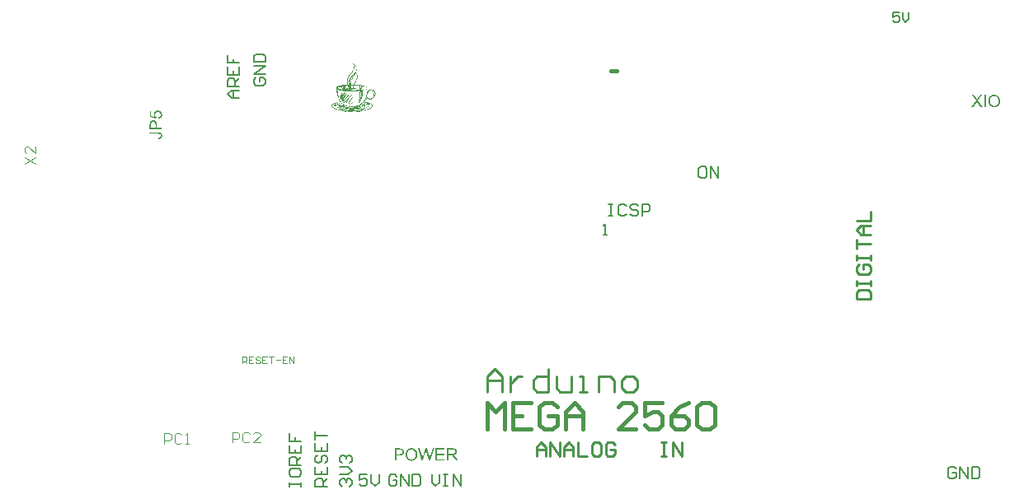
<source format=gto>
G04*
G04 #@! TF.GenerationSoftware,Altium Limited,Altium Designer,24.1.2 (44)*
G04*
G04 Layer_Color=65535*
%FSLAX25Y25*%
%MOIN*%
G70*
G04*
G04 #@! TF.SameCoordinates,648C5357-8596-4598-863F-5FE4D4354F98*
G04*
G04*
G04 #@! TF.FilePolarity,Positive*
G04*
G01*
G75*
%ADD10C,0.01600*%
%ADD11C,0.00571*%
%ADD12C,0.00425*%
%ADD13C,0.01594*%
%ADD14C,0.00841*%
%ADD15C,0.00748*%
%ADD16C,0.00638*%
%ADD17C,0.01122*%
%ADD18C,0.00408*%
%ADD19C,0.00340*%
%ADD20C,0.00714*%
G36*
X143600Y187900D02*
X143700D01*
Y187800D01*
X143800D01*
Y187700D01*
X143900D01*
Y187600D01*
X144000D01*
Y187500D01*
X144100D01*
Y187400D01*
X144200D01*
Y187300D01*
X144300D01*
Y187200D01*
X144400D01*
Y187000D01*
X144500D01*
Y186900D01*
X144600D01*
Y186700D01*
X144700D01*
Y186500D01*
X144800D01*
Y186200D01*
X144900D01*
Y185800D01*
X145000D01*
Y185000D01*
X144900D01*
Y184700D01*
X144800D01*
Y184500D01*
X144700D01*
Y184300D01*
X144600D01*
Y184100D01*
X144500D01*
Y183900D01*
X144400D01*
Y183700D01*
X144300D01*
Y183500D01*
X144200D01*
Y183400D01*
X144100D01*
Y183200D01*
X144000D01*
Y183000D01*
X143900D01*
Y182900D01*
X143800D01*
Y182700D01*
X143700D01*
Y182500D01*
X143600D01*
Y182400D01*
X143500D01*
Y182200D01*
X143400D01*
Y182000D01*
X143300D01*
Y181800D01*
X143200D01*
Y181600D01*
X143100D01*
Y181400D01*
X143000D01*
Y181200D01*
X142900D01*
Y181000D01*
X142800D01*
Y180700D01*
X142700D01*
Y180300D01*
X142600D01*
Y179400D01*
X143600D01*
Y179500D01*
X143700D01*
Y179700D01*
X143800D01*
Y179900D01*
X143900D01*
Y180000D01*
X144000D01*
Y180200D01*
X144100D01*
Y180400D01*
X144200D01*
Y180500D01*
X144300D01*
Y180700D01*
X144400D01*
Y180900D01*
X144500D01*
Y181000D01*
X144600D01*
Y181200D01*
X144700D01*
Y181400D01*
X144800D01*
Y181700D01*
X144900D01*
Y181900D01*
X145000D01*
Y182300D01*
X145100D01*
Y183400D01*
X145000D01*
Y183800D01*
X144900D01*
Y184100D01*
X144800D01*
Y184200D01*
Y184300D01*
X144900D01*
Y184100D01*
X145000D01*
Y183900D01*
X145100D01*
Y183700D01*
X145200D01*
Y183400D01*
X145300D01*
Y182100D01*
X145200D01*
Y181800D01*
X145100D01*
Y181500D01*
X145000D01*
Y181200D01*
X144900D01*
Y181000D01*
X144800D01*
Y180800D01*
X144700D01*
Y180600D01*
X144600D01*
Y180400D01*
X144500D01*
Y180300D01*
X144400D01*
Y180100D01*
X144300D01*
Y179900D01*
X144200D01*
Y179700D01*
X144100D01*
Y179500D01*
X144000D01*
Y179400D01*
X144900D01*
Y179300D01*
X146000D01*
Y179200D01*
X146800D01*
Y179100D01*
X147300D01*
Y179000D01*
X147800D01*
Y178900D01*
X148200D01*
Y178800D01*
X148500D01*
Y178700D01*
X148800D01*
Y178600D01*
X149100D01*
Y178500D01*
X149200D01*
Y178400D01*
X149400D01*
Y178200D01*
X149500D01*
Y178100D01*
X149400D01*
Y178200D01*
X149300D01*
Y178300D01*
X149100D01*
Y178400D01*
X148900D01*
Y178500D01*
X148600D01*
Y178600D01*
X148200D01*
Y178700D01*
X147600D01*
Y178800D01*
X147300D01*
Y178300D01*
X147200D01*
Y178800D01*
X146800D01*
Y178600D01*
X146900D01*
Y178700D01*
X147000D01*
Y177700D01*
X147100D01*
Y178000D01*
Y178100D01*
Y178300D01*
X147200D01*
Y177600D01*
X147100D01*
Y177500D01*
X147000D01*
Y177700D01*
X146900D01*
Y177600D01*
X146800D01*
Y177700D01*
X146700D01*
Y177800D01*
X146600D01*
Y177600D01*
X146700D01*
Y177400D01*
X146500D01*
Y177500D01*
X146100D01*
Y177600D01*
X144800D01*
Y177700D01*
X144100D01*
Y177500D01*
X143800D01*
Y177400D01*
X143700D01*
Y177300D01*
X143600D01*
Y177400D01*
X143500D01*
Y177300D01*
X142900D01*
Y177200D01*
X142800D01*
Y177100D01*
X144900D01*
Y177200D01*
X146600D01*
Y177300D01*
X147500D01*
Y177400D01*
X148100D01*
Y177500D01*
X148600D01*
Y177600D01*
X148900D01*
Y177700D01*
X149100D01*
Y177800D01*
X149300D01*
Y177900D01*
X149400D01*
Y178000D01*
X149500D01*
Y176900D01*
X149600D01*
Y177000D01*
X149700D01*
Y177100D01*
X149800D01*
Y177200D01*
X149900D01*
Y177300D01*
X150100D01*
Y177400D01*
X150400D01*
Y177500D01*
X150800D01*
Y177600D01*
X151100D01*
Y177500D01*
X151500D01*
Y177400D01*
X151700D01*
Y177300D01*
X151900D01*
Y177200D01*
X152000D01*
Y177100D01*
X152100D01*
Y177000D01*
X152200D01*
Y176800D01*
X152300D01*
Y176600D01*
X152400D01*
Y176400D01*
X152500D01*
Y176000D01*
X152600D01*
Y175300D01*
X152500D01*
Y175000D01*
X152400D01*
Y174700D01*
X152300D01*
Y174600D01*
X152200D01*
Y174400D01*
X152100D01*
Y174300D01*
X152000D01*
Y174200D01*
X151900D01*
Y174100D01*
X151800D01*
Y174000D01*
X151700D01*
Y173900D01*
X151500D01*
Y173800D01*
X151400D01*
Y173700D01*
X151200D01*
Y173600D01*
X151000D01*
Y173500D01*
X150800D01*
Y173400D01*
X150500D01*
Y173300D01*
X150000D01*
Y173200D01*
X149700D01*
Y173300D01*
X149300D01*
Y173400D01*
X149100D01*
Y173500D01*
X148900D01*
Y173600D01*
X148800D01*
Y173700D01*
X148700D01*
Y173400D01*
X148600D01*
Y173200D01*
X148500D01*
Y173000D01*
X148400D01*
Y172900D01*
X148300D01*
Y172700D01*
X148200D01*
Y172600D01*
X148100D01*
Y172400D01*
X148000D01*
Y172300D01*
X147900D01*
Y172200D01*
X147800D01*
Y172100D01*
X147700D01*
Y172000D01*
X147600D01*
Y171900D01*
X147500D01*
Y171800D01*
X147400D01*
Y171700D01*
X147300D01*
Y171600D01*
X147200D01*
Y171500D01*
X147000D01*
Y171400D01*
X146800D01*
Y171300D01*
X146700D01*
Y171200D01*
X146600D01*
Y171000D01*
X146500D01*
Y170800D01*
X146400D01*
Y170700D01*
X146300D01*
Y170500D01*
X146200D01*
Y170300D01*
X146000D01*
Y170200D01*
X145800D01*
Y170100D01*
X146200D01*
Y170200D01*
X146600D01*
Y170300D01*
X146800D01*
Y170400D01*
X147000D01*
Y170500D01*
X147200D01*
Y170800D01*
X147100D01*
Y170900D01*
X147000D01*
Y171000D01*
X146900D01*
Y171100D01*
X147100D01*
Y171200D01*
X147200D01*
Y171300D01*
X147400D01*
Y171400D01*
X147500D01*
Y171500D01*
X147700D01*
Y171600D01*
X147900D01*
Y171700D01*
X148000D01*
Y171800D01*
X148200D01*
Y171600D01*
X148100D01*
Y171500D01*
X148000D01*
Y171400D01*
X148200D01*
Y171500D01*
X148300D01*
Y171600D01*
X148500D01*
Y171500D01*
X148400D01*
Y171400D01*
X148300D01*
Y171300D01*
X148200D01*
Y171200D01*
X148400D01*
Y171300D01*
X148500D01*
Y171400D01*
X148700D01*
Y171300D01*
X148600D01*
Y171200D01*
X148500D01*
Y171100D01*
X148600D01*
Y170900D01*
X148500D01*
Y170800D01*
X148400D01*
Y170700D01*
X148600D01*
Y170600D01*
X148500D01*
Y170500D01*
X148400D01*
Y170600D01*
X148300D01*
Y170500D01*
X148400D01*
Y170400D01*
X148300D01*
Y170500D01*
X148100D01*
Y170400D01*
X148000D01*
Y170600D01*
X147800D01*
Y170500D01*
X147700D01*
Y170700D01*
X147500D01*
Y170800D01*
X147600D01*
Y170900D01*
X147400D01*
Y171200D01*
X147300D01*
Y171100D01*
X147200D01*
Y170900D01*
X147300D01*
Y170800D01*
X147400D01*
Y170600D01*
X147300D01*
Y170400D01*
X147200D01*
Y170300D01*
X147100D01*
Y170200D01*
X146900D01*
Y170100D01*
X146700D01*
Y170000D01*
X146400D01*
Y169900D01*
X146100D01*
Y169800D01*
X145600D01*
Y169700D01*
X144900D01*
Y169600D01*
X146000D01*
Y169700D01*
X146800D01*
Y169800D01*
X147400D01*
Y169900D01*
X147900D01*
Y170000D01*
X148300D01*
Y170100D01*
X148600D01*
Y170200D01*
X148800D01*
Y170300D01*
X149000D01*
Y170400D01*
X149200D01*
Y170500D01*
X149400D01*
Y170600D01*
X149500D01*
Y170800D01*
X149600D01*
Y171000D01*
X149500D01*
Y171100D01*
X149400D01*
Y171200D01*
X149300D01*
Y171300D01*
X149200D01*
Y171400D01*
X149100D01*
Y171500D01*
X148900D01*
Y171600D01*
X148700D01*
Y171700D01*
X148500D01*
Y171800D01*
X148200D01*
Y172000D01*
X148100D01*
Y171900D01*
X148000D01*
Y172200D01*
X148200D01*
Y172300D01*
X148500D01*
Y172200D01*
X149000D01*
Y172300D01*
X149300D01*
Y172200D01*
X149700D01*
Y172100D01*
X150000D01*
Y172000D01*
X150200D01*
Y171900D01*
X150500D01*
Y171800D01*
X150700D01*
Y171700D01*
X150900D01*
Y171600D01*
X151000D01*
Y171500D01*
X151100D01*
Y171400D01*
X151200D01*
Y171300D01*
X151300D01*
Y171200D01*
X151400D01*
Y170900D01*
X151500D01*
Y170800D01*
X151400D01*
Y170500D01*
X151300D01*
Y170300D01*
X151200D01*
Y170200D01*
X151100D01*
Y170100D01*
X151000D01*
Y170000D01*
X150800D01*
Y169900D01*
X150700D01*
Y169800D01*
X150500D01*
Y169700D01*
X150300D01*
Y169600D01*
X150000D01*
Y169500D01*
X149800D01*
Y169400D01*
X149500D01*
Y169300D01*
X149100D01*
Y169200D01*
X148700D01*
Y169100D01*
X148200D01*
Y169000D01*
X147700D01*
Y168900D01*
X147100D01*
Y168800D01*
X146600D01*
Y168600D01*
X146500D01*
Y168500D01*
X146300D01*
Y168400D01*
X146000D01*
Y168300D01*
X145500D01*
Y168200D01*
X141600D01*
Y168300D01*
X140900D01*
Y168400D01*
X140500D01*
Y168500D01*
X140100D01*
Y168600D01*
X139900D01*
Y168700D01*
X139800D01*
Y168800D01*
X139200D01*
Y168900D01*
X138600D01*
Y169000D01*
X138000D01*
Y169100D01*
X137500D01*
Y169200D01*
X137100D01*
Y169300D01*
X136800D01*
Y169400D01*
X136500D01*
Y169500D01*
X136200D01*
Y169600D01*
X136000D01*
Y169700D01*
X135800D01*
Y169800D01*
X135600D01*
Y169900D01*
X135400D01*
Y170000D01*
X135300D01*
Y170100D01*
X135200D01*
Y170200D01*
X135100D01*
Y170300D01*
X135000D01*
Y170400D01*
X134900D01*
Y170600D01*
X134800D01*
Y171100D01*
X134900D01*
Y171300D01*
X135000D01*
Y171400D01*
X135100D01*
Y171500D01*
X135200D01*
Y171600D01*
X135400D01*
Y171700D01*
X135600D01*
Y171800D01*
X135800D01*
Y171900D01*
X136000D01*
Y172000D01*
X136200D01*
Y172100D01*
X136600D01*
Y172200D01*
X136900D01*
Y172300D01*
X137300D01*
Y172200D01*
X137000D01*
Y172100D01*
X136900D01*
Y172000D01*
X137200D01*
Y171900D01*
X137400D01*
Y171800D01*
X137800D01*
Y171700D01*
X137600D01*
Y171600D01*
X137400D01*
Y171500D01*
X137200D01*
Y171400D01*
X137700D01*
Y171300D01*
X138100D01*
Y171200D01*
X138500D01*
Y171100D01*
X138800D01*
Y171000D01*
X139100D01*
Y171100D01*
X139300D01*
Y171200D01*
X139700D01*
Y171400D01*
X139500D01*
Y171500D01*
X139300D01*
Y171600D01*
X139200D01*
Y171700D01*
X139000D01*
Y171800D01*
X138900D01*
Y171900D01*
X138800D01*
Y172000D01*
X138700D01*
Y172100D01*
X138600D01*
Y172200D01*
X138500D01*
Y172300D01*
X138400D01*
Y172400D01*
X138300D01*
Y172500D01*
X138200D01*
Y172700D01*
X138100D01*
Y172800D01*
X138000D01*
Y173000D01*
X137900D01*
Y173200D01*
X137800D01*
Y173400D01*
X137700D01*
Y173600D01*
X137600D01*
Y173700D01*
Y173800D01*
Y173900D01*
X137500D01*
Y174100D01*
X137400D01*
Y174500D01*
X137300D01*
Y174800D01*
X137200D01*
Y175200D01*
X137100D01*
Y175600D01*
X137000D01*
Y176100D01*
X136900D01*
Y176700D01*
X136800D01*
Y177400D01*
X136700D01*
Y177900D01*
X136600D01*
Y178200D01*
X136700D01*
Y178400D01*
X136800D01*
Y178500D01*
X136900D01*
Y178600D01*
X137000D01*
Y178700D01*
X137200D01*
Y178800D01*
X137500D01*
Y178900D01*
X137800D01*
Y179000D01*
X138100D01*
Y179100D01*
X138600D01*
Y179200D01*
X139300D01*
Y179300D01*
X140300D01*
Y179400D01*
X141100D01*
Y179700D01*
X141000D01*
Y181400D01*
X141100D01*
Y181700D01*
X141200D01*
Y182000D01*
X141300D01*
Y182300D01*
X141400D01*
Y182500D01*
X141500D01*
Y182600D01*
X141600D01*
Y182800D01*
X141700D01*
Y183000D01*
X141800D01*
Y183100D01*
X141900D01*
Y183200D01*
X142000D01*
Y183400D01*
X142100D01*
Y183500D01*
X142200D01*
Y183600D01*
X142300D01*
Y183800D01*
X142400D01*
Y183900D01*
X142500D01*
Y184000D01*
X142600D01*
Y184200D01*
X142700D01*
Y184300D01*
X142800D01*
Y184400D01*
X142900D01*
Y184500D01*
X143000D01*
Y184700D01*
X143100D01*
Y184800D01*
X143200D01*
Y184900D01*
X143300D01*
Y185100D01*
X143400D01*
Y185200D01*
X143500D01*
Y185400D01*
X143600D01*
Y185600D01*
X143700D01*
Y185800D01*
X143800D01*
Y186200D01*
X143900D01*
Y186800D01*
X143800D01*
Y187200D01*
X143700D01*
Y187500D01*
X143600D01*
Y187700D01*
X143700D01*
Y187600D01*
Y187500D01*
X143800D01*
Y187300D01*
X143900D01*
Y187000D01*
X144000D01*
Y185800D01*
X143900D01*
Y185500D01*
X143800D01*
Y185300D01*
X143700D01*
Y185100D01*
X143600D01*
Y185000D01*
X143500D01*
Y184800D01*
X143400D01*
Y184700D01*
X143300D01*
Y184500D01*
X143200D01*
Y184400D01*
X143100D01*
Y184300D01*
X143000D01*
Y184100D01*
X142900D01*
Y184000D01*
X142800D01*
Y183900D01*
X142700D01*
Y183800D01*
X142600D01*
Y183600D01*
X142500D01*
Y183500D01*
X142400D01*
Y183400D01*
X142300D01*
Y183200D01*
X142200D01*
Y183100D01*
X142100D01*
Y182900D01*
X142000D01*
Y182700D01*
X141900D01*
Y182600D01*
X141800D01*
Y182400D01*
X141700D01*
Y182200D01*
X141600D01*
Y181900D01*
X141500D01*
Y181600D01*
X141400D01*
Y181100D01*
X141300D01*
Y180000D01*
X141400D01*
Y179600D01*
X141500D01*
Y179400D01*
X141800D01*
Y179500D01*
X141700D01*
Y180900D01*
X141800D01*
Y181200D01*
X141900D01*
Y181500D01*
X142000D01*
Y181700D01*
X142100D01*
Y181900D01*
X142200D01*
Y182000D01*
X142300D01*
Y182200D01*
X142400D01*
Y182300D01*
X142500D01*
Y182400D01*
X142600D01*
Y182500D01*
X142700D01*
Y182600D01*
X142800D01*
Y182800D01*
X142900D01*
Y182900D01*
X143000D01*
Y183000D01*
X143100D01*
Y183100D01*
X143200D01*
Y183200D01*
X143300D01*
Y183300D01*
X143400D01*
Y183400D01*
X143500D01*
Y183500D01*
X143600D01*
Y183600D01*
X143700D01*
Y183700D01*
X143800D01*
Y183800D01*
X143900D01*
Y183900D01*
X144000D01*
Y184000D01*
X144100D01*
Y184100D01*
X144200D01*
Y184200D01*
X144300D01*
Y184400D01*
X144400D01*
Y184500D01*
X144500D01*
Y184700D01*
X144600D01*
Y184800D01*
X144700D01*
Y185000D01*
X144800D01*
Y186100D01*
X144700D01*
Y186400D01*
X144600D01*
Y186600D01*
X144500D01*
Y186800D01*
X144400D01*
Y187000D01*
X144300D01*
Y187100D01*
X144200D01*
Y187200D01*
Y187300D01*
X144100D01*
Y187400D01*
X144000D01*
Y187500D01*
X143900D01*
Y187600D01*
X143800D01*
Y187700D01*
X143700D01*
Y187800D01*
X143500D01*
Y187900D01*
Y188000D01*
X143600D01*
Y187900D01*
D02*
G37*
G36*
X144200Y177300D02*
X144000D01*
Y177400D01*
X144200D01*
Y177300D01*
D02*
G37*
G36*
X137600Y172300D02*
X137300D01*
Y172400D01*
X137600D01*
Y172300D01*
D02*
G37*
G36*
X138000Y171800D02*
X137900D01*
Y171900D01*
X138000D01*
Y171800D01*
D02*
G37*
G36*
X148300Y170300D02*
X148200D01*
Y170400D01*
X148300D01*
Y170300D01*
D02*
G37*
G36*
X148000D02*
X147900D01*
Y170400D01*
X148000D01*
Y170300D01*
D02*
G37*
G36*
X148200Y170200D02*
X148100D01*
Y170300D01*
X148200D01*
Y170200D01*
D02*
G37*
G36*
X174885Y27250D02*
X174240D01*
X173200Y31029D01*
Y31036D01*
X173193Y31050D01*
X173186Y31072D01*
X173178Y31108D01*
X173157Y31186D01*
X173135Y31280D01*
X173107Y31380D01*
X173078Y31473D01*
X173056Y31552D01*
X173049Y31588D01*
X173042Y31609D01*
Y31602D01*
X173035Y31595D01*
X173028Y31552D01*
X173013Y31488D01*
X172992Y31409D01*
X172970Y31323D01*
X172942Y31222D01*
X172920Y31122D01*
X172891Y31029D01*
X171845Y27250D01*
X171156D01*
X169859Y32212D01*
X170540D01*
X171278Y28956D01*
Y28949D01*
X171285Y28935D01*
X171293Y28906D01*
X171300Y28870D01*
X171307Y28820D01*
X171321Y28770D01*
X171336Y28705D01*
X171350Y28634D01*
X171386Y28483D01*
X171422Y28311D01*
X171458Y28125D01*
X171493Y27938D01*
Y27946D01*
X171501Y27974D01*
X171515Y28010D01*
X171522Y28067D01*
X171536Y28125D01*
X171558Y28196D01*
X171594Y28354D01*
X171637Y28512D01*
X171651Y28591D01*
X171673Y28662D01*
X171687Y28727D01*
X171701Y28784D01*
X171716Y28827D01*
X171723Y28856D01*
X172662Y32212D01*
X173458D01*
X174161Y29695D01*
Y29688D01*
X174175Y29652D01*
X174189Y29602D01*
X174204Y29537D01*
X174225Y29451D01*
X174254Y29358D01*
X174283Y29250D01*
X174311Y29129D01*
X174347Y28992D01*
X174376Y28856D01*
X174440Y28562D01*
X174505Y28254D01*
X174555Y27938D01*
Y27946D01*
X174562Y27960D01*
Y27988D01*
X174576Y28024D01*
X174584Y28067D01*
X174598Y28118D01*
X174605Y28182D01*
X174627Y28254D01*
X174662Y28411D01*
X174706Y28598D01*
X174749Y28799D01*
X174806Y29021D01*
X175580Y32212D01*
X176247D01*
X174885Y27250D01*
D02*
G37*
G36*
X183854Y32204D02*
X183919D01*
X184070Y32197D01*
X184227Y32176D01*
X184399Y32154D01*
X184557Y32118D01*
X184636Y32097D01*
X184701Y32075D01*
X184708D01*
X184715Y32068D01*
X184758Y32047D01*
X184822Y32018D01*
X184901Y31968D01*
X184987Y31903D01*
X185081Y31817D01*
X185167Y31717D01*
X185253Y31602D01*
Y31595D01*
X185260Y31588D01*
X185288Y31545D01*
X185317Y31473D01*
X185360Y31380D01*
X185396Y31272D01*
X185432Y31143D01*
X185453Y31007D01*
X185460Y30856D01*
Y30849D01*
Y30835D01*
Y30806D01*
X185453Y30770D01*
Y30720D01*
X185446Y30670D01*
X185417Y30548D01*
X185374Y30405D01*
X185317Y30254D01*
X185231Y30104D01*
X185174Y30032D01*
X185116Y29960D01*
X185109Y29953D01*
X185102Y29946D01*
X185081Y29924D01*
X185052Y29903D01*
X185016Y29874D01*
X184973Y29845D01*
X184916Y29810D01*
X184858Y29767D01*
X184787Y29731D01*
X184708Y29695D01*
X184622Y29652D01*
X184528Y29616D01*
X184421Y29587D01*
X184313Y29552D01*
X184191Y29530D01*
X184062Y29509D01*
X184077Y29501D01*
X184105Y29487D01*
X184148Y29458D01*
X184206Y29430D01*
X184335Y29351D01*
X184399Y29301D01*
X184457Y29258D01*
X184471Y29243D01*
X184507Y29207D01*
X184564Y29150D01*
X184636Y29078D01*
X184715Y28978D01*
X184808Y28870D01*
X184901Y28741D01*
X185002Y28598D01*
X185855Y27250D01*
X185038D01*
X184385Y28282D01*
Y28290D01*
X184371Y28304D01*
X184356Y28326D01*
X184335Y28354D01*
X184285Y28433D01*
X184220Y28533D01*
X184141Y28641D01*
X184062Y28756D01*
X183984Y28863D01*
X183912Y28964D01*
X183905Y28971D01*
X183883Y29000D01*
X183847Y29043D01*
X183797Y29093D01*
X183689Y29200D01*
X183632Y29250D01*
X183575Y29294D01*
X183568Y29301D01*
X183553Y29308D01*
X183525Y29322D01*
X183482Y29344D01*
X183439Y29365D01*
X183388Y29387D01*
X183274Y29423D01*
X183266D01*
X183252Y29430D01*
X183223D01*
X183188Y29437D01*
X183137Y29444D01*
X183080D01*
X183001Y29451D01*
X182155D01*
Y27250D01*
X181495D01*
Y32212D01*
X183797D01*
X183854Y32204D01*
D02*
G37*
G36*
X180463Y31624D02*
X177531D01*
Y30111D01*
X180277D01*
Y29523D01*
X177531D01*
Y27838D01*
X180578D01*
Y27250D01*
X176871D01*
Y32212D01*
X180463D01*
Y31624D01*
D02*
G37*
G36*
X162445Y32204D02*
X162567Y32197D01*
X162696Y32190D01*
X162818Y32176D01*
X162925Y32162D01*
X162940D01*
X162990Y32147D01*
X163054Y32133D01*
X163140Y32111D01*
X163233Y32075D01*
X163334Y32032D01*
X163442Y31982D01*
X163535Y31925D01*
X163549Y31918D01*
X163578Y31896D01*
X163621Y31853D01*
X163678Y31803D01*
X163743Y31738D01*
X163807Y31652D01*
X163879Y31559D01*
X163936Y31452D01*
X163943Y31437D01*
X163958Y31401D01*
X163986Y31337D01*
X164015Y31251D01*
X164037Y31150D01*
X164065Y31036D01*
X164080Y30907D01*
X164087Y30770D01*
Y30763D01*
Y30742D01*
Y30713D01*
X164080Y30663D01*
X164072Y30613D01*
X164065Y30548D01*
X164051Y30476D01*
X164037Y30398D01*
X163986Y30233D01*
X163958Y30147D01*
X163915Y30053D01*
X163865Y29960D01*
X163814Y29874D01*
X163750Y29788D01*
X163678Y29702D01*
X163671Y29695D01*
X163657Y29681D01*
X163635Y29659D01*
X163599Y29638D01*
X163556Y29602D01*
X163499Y29566D01*
X163427Y29523D01*
X163348Y29487D01*
X163255Y29444D01*
X163147Y29401D01*
X163033Y29365D01*
X162897Y29337D01*
X162753Y29308D01*
X162595Y29286D01*
X162416Y29272D01*
X162230Y29265D01*
X160961D01*
Y27250D01*
X160301D01*
Y32212D01*
X162337D01*
X162445Y32204D01*
D02*
G37*
G36*
X167213Y32291D02*
X167277D01*
X167342Y32283D01*
X167428Y32269D01*
X167514Y32255D01*
X167700Y32219D01*
X167915Y32162D01*
X168123Y32075D01*
X168231Y32025D01*
X168339Y31968D01*
X168346Y31961D01*
X168360Y31953D01*
X168389Y31932D01*
X168432Y31910D01*
X168475Y31875D01*
X168532Y31832D01*
X168654Y31731D01*
X168783Y31602D01*
X168927Y31444D01*
X169063Y31258D01*
X169177Y31050D01*
Y31043D01*
X169192Y31021D01*
X169206Y30993D01*
X169220Y30950D01*
X169249Y30892D01*
X169271Y30828D01*
X169299Y30749D01*
X169328Y30663D01*
X169350Y30570D01*
X169378Y30469D01*
X169407Y30355D01*
X169428Y30240D01*
X169457Y29989D01*
X169471Y29717D01*
Y29709D01*
Y29681D01*
Y29645D01*
X169464Y29587D01*
Y29523D01*
X169457Y29444D01*
X169443Y29358D01*
X169436Y29265D01*
X169400Y29057D01*
X169342Y28827D01*
X169264Y28598D01*
X169220Y28483D01*
X169163Y28368D01*
Y28361D01*
X169149Y28340D01*
X169134Y28311D01*
X169106Y28268D01*
X169077Y28218D01*
X169041Y28168D01*
X168941Y28032D01*
X168819Y27888D01*
X168676Y27738D01*
X168503Y27594D01*
X168303Y27465D01*
X168296D01*
X168281Y27451D01*
X168245Y27436D01*
X168202Y27415D01*
X168152Y27393D01*
X168095Y27372D01*
X168023Y27343D01*
X167944Y27314D01*
X167858Y27286D01*
X167765Y27257D01*
X167557Y27214D01*
X167335Y27178D01*
X167098Y27164D01*
X167026D01*
X166983Y27171D01*
X166919D01*
X166847Y27185D01*
X166768Y27193D01*
X166675Y27207D01*
X166481Y27250D01*
X166274Y27307D01*
X166059Y27393D01*
X165951Y27444D01*
X165843Y27501D01*
X165836Y27508D01*
X165822Y27515D01*
X165793Y27537D01*
X165750Y27566D01*
X165707Y27594D01*
X165657Y27637D01*
X165535Y27745D01*
X165399Y27874D01*
X165255Y28032D01*
X165126Y28211D01*
X165005Y28419D01*
Y28426D01*
X164990Y28447D01*
X164976Y28476D01*
X164962Y28519D01*
X164940Y28576D01*
X164918Y28641D01*
X164890Y28713D01*
X164868Y28792D01*
X164840Y28885D01*
X164811Y28978D01*
X164768Y29193D01*
X164739Y29415D01*
X164725Y29659D01*
Y29666D01*
Y29673D01*
Y29717D01*
X164732Y29781D01*
Y29867D01*
X164746Y29967D01*
X164761Y30089D01*
X164782Y30226D01*
X164811Y30369D01*
X164840Y30520D01*
X164883Y30677D01*
X164940Y30835D01*
X165005Y31000D01*
X165076Y31158D01*
X165169Y31315D01*
X165270Y31459D01*
X165384Y31595D01*
X165392Y31602D01*
X165413Y31624D01*
X165456Y31660D01*
X165506Y31703D01*
X165571Y31760D01*
X165650Y31817D01*
X165743Y31882D01*
X165851Y31946D01*
X165965Y32011D01*
X166094Y32075D01*
X166238Y32133D01*
X166388Y32190D01*
X166553Y32233D01*
X166725Y32269D01*
X166905Y32291D01*
X167098Y32298D01*
X167163D01*
X167213Y32291D01*
D02*
G37*
G36*
X396190Y172953D02*
X398047Y170350D01*
X397237D01*
X395982Y172114D01*
X395975Y172121D01*
X395960Y172143D01*
X395946Y172171D01*
X395917Y172207D01*
X395853Y172307D01*
X395781Y172415D01*
X395774Y172408D01*
X395752Y172379D01*
X395724Y172336D01*
X395688Y172279D01*
X395609Y172164D01*
X395573Y172114D01*
X395545Y172071D01*
X394290Y170350D01*
X393501D01*
X395415Y172917D01*
X393723Y175312D01*
X394505D01*
X395408Y174035D01*
Y174028D01*
X395423Y174021D01*
X395437Y174000D01*
X395458Y173971D01*
X395501Y173899D01*
X395566Y173813D01*
X395631Y173713D01*
X395695Y173612D01*
X395752Y173519D01*
X395803Y173433D01*
X395810Y173447D01*
X395831Y173476D01*
X395867Y173533D01*
X395917Y173605D01*
X395975Y173684D01*
X396046Y173784D01*
X396118Y173885D01*
X396204Y173992D01*
X397194Y175312D01*
X397911D01*
X396190Y172953D01*
D02*
G37*
G36*
X399402Y170350D02*
X398742D01*
Y175312D01*
X399402D01*
Y170350D01*
D02*
G37*
G36*
X402851Y175391D02*
X402915D01*
X402980Y175383D01*
X403066Y175369D01*
X403152Y175355D01*
X403338Y175319D01*
X403553Y175261D01*
X403761Y175175D01*
X403869Y175125D01*
X403976Y175068D01*
X403983Y175061D01*
X403998Y175054D01*
X404027Y175032D01*
X404070Y175011D01*
X404113Y174975D01*
X404170Y174932D01*
X404292Y174831D01*
X404421Y174702D01*
X404564Y174545D01*
X404701Y174358D01*
X404815Y174150D01*
Y174143D01*
X404830Y174121D01*
X404844Y174093D01*
X404858Y174050D01*
X404887Y173992D01*
X404909Y173928D01*
X404937Y173849D01*
X404966Y173763D01*
X404987Y173670D01*
X405016Y173569D01*
X405045Y173455D01*
X405066Y173340D01*
X405095Y173089D01*
X405109Y172817D01*
Y172809D01*
Y172781D01*
Y172745D01*
X405102Y172687D01*
Y172623D01*
X405095Y172544D01*
X405081Y172458D01*
X405073Y172365D01*
X405037Y172157D01*
X404980Y171927D01*
X404901Y171698D01*
X404858Y171583D01*
X404801Y171468D01*
Y171461D01*
X404787Y171440D01*
X404772Y171411D01*
X404744Y171368D01*
X404715Y171318D01*
X404679Y171268D01*
X404579Y171132D01*
X404457Y170988D01*
X404313Y170838D01*
X404141Y170694D01*
X403940Y170565D01*
X403933D01*
X403919Y170551D01*
X403883Y170536D01*
X403840Y170515D01*
X403790Y170493D01*
X403733Y170472D01*
X403661Y170443D01*
X403582Y170414D01*
X403496Y170386D01*
X403403Y170357D01*
X403195Y170314D01*
X402973Y170278D01*
X402736Y170264D01*
X402664D01*
X402621Y170271D01*
X402557D01*
X402485Y170285D01*
X402406Y170293D01*
X402313Y170307D01*
X402119Y170350D01*
X401911Y170407D01*
X401696Y170493D01*
X401589Y170544D01*
X401481Y170601D01*
X401474Y170608D01*
X401460Y170615D01*
X401431Y170637D01*
X401388Y170666D01*
X401345Y170694D01*
X401295Y170737D01*
X401173Y170845D01*
X401037Y170974D01*
X400893Y171132D01*
X400764Y171311D01*
X400642Y171519D01*
Y171526D01*
X400628Y171547D01*
X400614Y171576D01*
X400599Y171619D01*
X400578Y171676D01*
X400556Y171741D01*
X400528Y171813D01*
X400506Y171892D01*
X400477Y171985D01*
X400449Y172078D01*
X400406Y172293D01*
X400377Y172515D01*
X400363Y172759D01*
Y172766D01*
Y172774D01*
Y172817D01*
X400370Y172881D01*
Y172967D01*
X400384Y173067D01*
X400398Y173189D01*
X400420Y173326D01*
X400449Y173469D01*
X400477Y173619D01*
X400520Y173777D01*
X400578Y173935D01*
X400642Y174100D01*
X400714Y174258D01*
X400807Y174415D01*
X400908Y174559D01*
X401022Y174695D01*
X401029Y174702D01*
X401051Y174724D01*
X401094Y174759D01*
X401144Y174803D01*
X401209Y174860D01*
X401288Y174917D01*
X401381Y174982D01*
X401488Y175046D01*
X401603Y175111D01*
X401732Y175175D01*
X401876Y175233D01*
X402026Y175290D01*
X402191Y175333D01*
X402363Y175369D01*
X402542Y175391D01*
X402736Y175398D01*
X402801D01*
X402851Y175391D01*
D02*
G37*
G36*
X64638Y168929D02*
X64695Y168922D01*
X64760Y168915D01*
X64839Y168901D01*
X64918Y168886D01*
X65104Y168843D01*
X65298Y168771D01*
X65398Y168728D01*
X65491Y168671D01*
X65592Y168614D01*
X65685Y168542D01*
X65692Y168535D01*
X65713Y168520D01*
X65742Y168492D01*
X65778Y168456D01*
X65821Y168406D01*
X65878Y168348D01*
X65929Y168277D01*
X65986Y168198D01*
X66043Y168112D01*
X66093Y168011D01*
X66144Y167904D01*
X66194Y167789D01*
X66230Y167667D01*
X66258Y167531D01*
X66280Y167388D01*
X66287Y167237D01*
Y167173D01*
X66280Y167122D01*
X66273Y167065D01*
X66265Y167000D01*
X66258Y166922D01*
X66237Y166843D01*
X66194Y166663D01*
X66129Y166484D01*
X66086Y166391D01*
X66036Y166298D01*
X65979Y166212D01*
X65914Y166126D01*
X65907Y166119D01*
X65900Y166104D01*
X65871Y166090D01*
X65842Y166061D01*
X65807Y166025D01*
X65764Y165989D01*
X65706Y165946D01*
X65642Y165911D01*
X65577Y165868D01*
X65498Y165825D01*
X65326Y165746D01*
X65126Y165681D01*
X65018Y165660D01*
X64903Y165645D01*
X64853Y166283D01*
X64860D01*
X64875D01*
X64896Y166291D01*
X64932Y166298D01*
X65011Y166319D01*
X65118Y166348D01*
X65226Y166391D01*
X65348Y166448D01*
X65455Y166520D01*
X65556Y166606D01*
X65563Y166620D01*
X65592Y166649D01*
X65627Y166707D01*
X65670Y166785D01*
X65713Y166871D01*
X65749Y166979D01*
X65778Y167101D01*
X65785Y167237D01*
Y167280D01*
X65778Y167309D01*
X65771Y167395D01*
X65742Y167495D01*
X65706Y167617D01*
X65649Y167739D01*
X65563Y167868D01*
X65513Y167925D01*
X65455Y167983D01*
X65448Y167990D01*
X65441Y167997D01*
X65420Y168011D01*
X65398Y168033D01*
X65319Y168083D01*
X65219Y168140D01*
X65097Y168191D01*
X64946Y168241D01*
X64767Y168277D01*
X64674Y168291D01*
X64573D01*
X64566D01*
X64552D01*
X64523D01*
X64487Y168284D01*
X64444D01*
X64394Y168277D01*
X64279Y168255D01*
X64143Y168219D01*
X64007Y168169D01*
X63878Y168097D01*
X63756Y167997D01*
X63749D01*
X63742Y167983D01*
X63706Y167947D01*
X63656Y167882D01*
X63598Y167796D01*
X63548Y167682D01*
X63498Y167552D01*
X63462Y167402D01*
X63448Y167316D01*
Y167180D01*
X63455Y167122D01*
X63462Y167051D01*
X63484Y166965D01*
X63505Y166878D01*
X63541Y166785D01*
X63584Y166692D01*
X63591Y166685D01*
X63605Y166656D01*
X63641Y166613D01*
X63677Y166556D01*
X63727Y166498D01*
X63792Y166441D01*
X63856Y166377D01*
X63935Y166326D01*
X63856Y165753D01*
X61304Y166233D01*
Y168700D01*
X61885D01*
Y166714D01*
X63226Y166448D01*
X63218Y166455D01*
X63211Y166470D01*
X63197Y166491D01*
X63175Y166527D01*
X63154Y166570D01*
X63125Y166620D01*
X63068Y166735D01*
X63010Y166878D01*
X62960Y167036D01*
X62924Y167208D01*
X62910Y167294D01*
Y167452D01*
X62917Y167495D01*
X62924Y167552D01*
X62932Y167617D01*
X62946Y167689D01*
X62967Y167768D01*
X63017Y167940D01*
X63053Y168033D01*
X63104Y168126D01*
X63154Y168219D01*
X63211Y168313D01*
X63283Y168399D01*
X63362Y168485D01*
X63369Y168492D01*
X63383Y168506D01*
X63405Y168528D01*
X63441Y168556D01*
X63491Y168592D01*
X63541Y168628D01*
X63605Y168671D01*
X63677Y168714D01*
X63756Y168750D01*
X63842Y168793D01*
X63942Y168829D01*
X64043Y168865D01*
X64150Y168893D01*
X64272Y168915D01*
X64394Y168929D01*
X64523Y168936D01*
X64530D01*
X64552D01*
X64588D01*
X64638Y168929D01*
D02*
G37*
G36*
X62788Y165050D02*
X62838Y165043D01*
X62903Y165036D01*
X62975Y165022D01*
X63053Y165007D01*
X63218Y164957D01*
X63304Y164928D01*
X63398Y164885D01*
X63491Y164835D01*
X63577Y164785D01*
X63663Y164720D01*
X63749Y164649D01*
X63756Y164641D01*
X63770Y164627D01*
X63792Y164606D01*
X63813Y164570D01*
X63849Y164527D01*
X63885Y164469D01*
X63928Y164398D01*
X63964Y164319D01*
X64007Y164226D01*
X64050Y164118D01*
X64086Y164003D01*
X64114Y163867D01*
X64143Y163724D01*
X64165Y163566D01*
X64179Y163387D01*
X64186Y163200D01*
Y161931D01*
X66201D01*
Y161272D01*
X61239D01*
Y163308D01*
X61247Y163415D01*
X61254Y163537D01*
X61261Y163666D01*
X61275Y163788D01*
X61290Y163896D01*
Y163910D01*
X61304Y163960D01*
X61318Y164025D01*
X61340Y164111D01*
X61376Y164204D01*
X61419Y164304D01*
X61469Y164412D01*
X61526Y164505D01*
X61533Y164520D01*
X61555Y164548D01*
X61598Y164591D01*
X61648Y164649D01*
X61713Y164713D01*
X61799Y164778D01*
X61892Y164849D01*
X61999Y164907D01*
X62014Y164914D01*
X62050Y164928D01*
X62114Y164957D01*
X62200Y164986D01*
X62300Y165007D01*
X62415Y165036D01*
X62544Y165050D01*
X62681Y165057D01*
X62688D01*
X62709D01*
X62738D01*
X62788Y165050D01*
D02*
G37*
G36*
X64781Y160189D02*
X64839D01*
X64975Y160175D01*
X65133Y160160D01*
X65298Y160132D01*
X65448Y160089D01*
X65592Y160038D01*
X65599D01*
X65606Y160031D01*
X65649Y160010D01*
X65706Y159974D01*
X65785Y159924D01*
X65864Y159852D01*
X65950Y159773D01*
X66036Y159673D01*
X66108Y159558D01*
X66115Y159544D01*
X66136Y159501D01*
X66165Y159436D01*
X66194Y159343D01*
X66230Y159228D01*
X66258Y159099D01*
X66280Y158956D01*
X66287Y158798D01*
Y158733D01*
X66280Y158690D01*
X66273Y158633D01*
X66265Y158576D01*
X66237Y158425D01*
X66194Y158267D01*
X66129Y158103D01*
X66086Y158016D01*
X66036Y157938D01*
X65979Y157866D01*
X65914Y157794D01*
X65907Y157787D01*
X65900Y157780D01*
X65871Y157765D01*
X65842Y157744D01*
X65807Y157715D01*
X65756Y157687D01*
X65699Y157658D01*
X65635Y157622D01*
X65563Y157593D01*
X65477Y157565D01*
X65391Y157536D01*
X65290Y157507D01*
X65183Y157493D01*
X65061Y157472D01*
X64939Y157464D01*
X64803D01*
X64717Y158059D01*
X64724D01*
X64738D01*
X64767D01*
X64810Y158067D01*
X64853Y158074D01*
X64903D01*
X65025Y158095D01*
X65154Y158117D01*
X65283Y158160D01*
X65398Y158203D01*
X65448Y158231D01*
X65491Y158267D01*
X65498Y158274D01*
X65520Y158303D01*
X65556Y158346D01*
X65592Y158404D01*
X65635Y158483D01*
X65663Y158569D01*
X65692Y158676D01*
X65699Y158791D01*
Y158834D01*
X65692Y158877D01*
X65685Y158941D01*
X65670Y159006D01*
X65656Y159078D01*
X65627Y159149D01*
X65592Y159221D01*
X65584Y159228D01*
X65570Y159250D01*
X65541Y159278D01*
X65513Y159321D01*
X65462Y159357D01*
X65412Y159400D01*
X65355Y159436D01*
X65283Y159465D01*
X65276D01*
X65247Y159479D01*
X65197Y159486D01*
X65133Y159501D01*
X65047Y159515D01*
X64939Y159522D01*
X64810Y159537D01*
X64660D01*
X61239D01*
Y160196D01*
X64624D01*
X64631D01*
X64652D01*
X64681D01*
X64724D01*
X64781Y160189D01*
D02*
G37*
%LPC*%
G36*
X143900Y183300D02*
X143800D01*
Y183200D01*
X143900D01*
Y183300D01*
D02*
G37*
G36*
X143800Y183200D02*
X143700D01*
Y183100D01*
X143600D01*
Y182900D01*
X143700D01*
Y183000D01*
X143800D01*
Y183200D01*
D02*
G37*
G36*
X143600Y182900D02*
X143500D01*
Y182800D01*
X143400D01*
Y182700D01*
X143300D01*
Y182600D01*
X143200D01*
Y182500D01*
X143100D01*
Y182300D01*
X143000D01*
Y182200D01*
X142900D01*
Y182100D01*
X142800D01*
Y181900D01*
X142700D01*
Y181800D01*
X142600D01*
Y181600D01*
X142500D01*
Y181400D01*
X142400D01*
Y181100D01*
X142300D01*
Y180700D01*
X142200D01*
Y179900D01*
X142300D01*
Y179700D01*
X142400D01*
Y180400D01*
X142500D01*
Y180700D01*
X142600D01*
Y181000D01*
X142700D01*
Y181200D01*
X142800D01*
Y181500D01*
X142900D01*
Y181700D01*
X143000D01*
Y181900D01*
X143100D01*
Y182100D01*
X143200D01*
Y182200D01*
X143300D01*
Y182400D01*
X143400D01*
Y182600D01*
X143500D01*
Y182700D01*
X143600D01*
Y182900D01*
D02*
G37*
G36*
X146400Y178900D02*
X146300D01*
Y178800D01*
X146400D01*
Y178900D01*
D02*
G37*
G36*
X141900D02*
X141800D01*
Y178800D01*
X141900D01*
Y178600D01*
X142000D01*
Y178700D01*
Y178800D01*
X141900D01*
Y178900D01*
D02*
G37*
G36*
X146700D02*
X146500D01*
Y178000D01*
X146600D01*
Y178100D01*
Y178200D01*
Y178400D01*
X146700D01*
Y178900D01*
D02*
G37*
G36*
X143400Y179000D02*
X142700D01*
Y178900D01*
X142600D01*
Y178800D01*
X142700D01*
Y178500D01*
X142800D01*
Y178200D01*
X142900D01*
Y178000D01*
X143300D01*
Y177900D01*
X143400D01*
Y178200D01*
X143300D01*
Y178800D01*
X143400D01*
Y179000D01*
D02*
G37*
G36*
X141400Y178900D02*
X140900D01*
Y178800D01*
X140500D01*
Y178700D01*
Y178600D01*
Y178400D01*
X140400D01*
Y177900D01*
X140500D01*
Y177800D01*
X140600D01*
Y177900D01*
X141500D01*
Y178000D01*
X141900D01*
Y178100D01*
X141800D01*
Y178300D01*
X141700D01*
Y178400D01*
X141600D01*
Y178500D01*
X141500D01*
Y178700D01*
X141400D01*
Y178900D01*
D02*
G37*
G36*
X140100Y177900D02*
X140000D01*
Y177800D01*
X139900D01*
Y177700D01*
X140100D01*
Y177900D01*
D02*
G37*
G36*
X145000Y179000D02*
X143800D01*
Y178900D01*
X143700D01*
Y178300D01*
X143800D01*
Y178000D01*
X143900D01*
Y177900D01*
X144700D01*
Y177800D01*
X145600D01*
Y177700D01*
X146200D01*
Y177600D01*
X146400D01*
Y177800D01*
X146200D01*
Y178000D01*
X146100D01*
Y178800D01*
Y178900D01*
X145000D01*
Y179000D01*
D02*
G37*
G36*
X143700Y177600D02*
X143500D01*
Y177500D01*
X143700D01*
Y177600D01*
D02*
G37*
G36*
X143300Y177700D02*
X143100D01*
Y177500D01*
X143200D01*
Y177600D01*
X143300D01*
Y177700D01*
D02*
G37*
G36*
X139300Y178600D02*
X139200D01*
Y177900D01*
X139300D01*
Y177500D01*
X139400D01*
Y177700D01*
Y177800D01*
Y178100D01*
X139300D01*
Y178600D01*
D02*
G37*
G36*
X138800Y178500D02*
X138300D01*
Y178400D01*
X137900D01*
Y178300D01*
X137600D01*
Y178200D01*
X137400D01*
Y178100D01*
X137300D01*
Y178000D01*
X137400D01*
Y177900D01*
X137700D01*
Y177800D01*
X137900D01*
Y177700D01*
X138300D01*
Y177600D01*
X138700D01*
Y177500D01*
X139100D01*
Y177600D01*
X139000D01*
Y177900D01*
X138900D01*
Y178300D01*
X138800D01*
Y178500D01*
D02*
G37*
G36*
X143100Y177500D02*
X143000D01*
Y177400D01*
X143100D01*
Y177500D01*
D02*
G37*
G36*
X141600Y177600D02*
X141400D01*
Y177400D01*
X141500D01*
Y177500D01*
X141600D01*
Y177600D01*
D02*
G37*
G36*
X141200Y177500D02*
X140500D01*
Y177400D01*
X140100D01*
Y177300D01*
X140800D01*
Y177200D01*
X142500D01*
Y177300D01*
X142100D01*
Y177400D01*
X141900D01*
Y177300D01*
X141200D01*
Y177500D01*
D02*
G37*
G36*
X151300Y177200D02*
X150900D01*
Y177100D01*
X151100D01*
Y177000D01*
X151300D01*
Y176900D01*
X151400D01*
Y176800D01*
X151500D01*
Y176700D01*
X151600D01*
Y176600D01*
X151700D01*
Y176400D01*
X151800D01*
Y176200D01*
X151900D01*
Y176000D01*
X152000D01*
Y175600D01*
X152100D01*
Y174900D01*
X152200D01*
Y175300D01*
X152300D01*
Y175900D01*
X152200D01*
Y176300D01*
X152100D01*
Y176500D01*
X152000D01*
Y176700D01*
X151900D01*
Y176800D01*
X151800D01*
Y176900D01*
X151700D01*
Y177000D01*
X151500D01*
Y177100D01*
X151300D01*
Y177200D01*
D02*
G37*
G36*
X150700Y177100D02*
X150400D01*
Y177000D01*
X150200D01*
Y176900D01*
X150000D01*
Y176800D01*
X149900D01*
Y176700D01*
X149800D01*
Y176500D01*
X149700D01*
Y176200D01*
X149600D01*
Y176000D01*
X149500D01*
Y175900D01*
X149300D01*
Y175400D01*
X149200D01*
Y175000D01*
X149100D01*
Y174600D01*
X149000D01*
Y174400D01*
X149100D01*
Y174300D01*
X149200D01*
Y174200D01*
X149400D01*
Y174100D01*
X149500D01*
Y174000D01*
X149700D01*
Y173900D01*
X150000D01*
Y173800D01*
X150700D01*
Y173900D01*
X151000D01*
Y174000D01*
X151200D01*
Y174100D01*
X151300D01*
Y174200D01*
X151400D01*
Y174300D01*
X151500D01*
Y174400D01*
X151600D01*
Y174600D01*
X151700D01*
Y174800D01*
X151800D01*
Y175900D01*
X151700D01*
Y176200D01*
X151600D01*
Y176400D01*
X151500D01*
Y176500D01*
X151400D01*
Y176600D01*
X151300D01*
Y176700D01*
X151200D01*
Y176800D01*
X151100D01*
Y176900D01*
X151000D01*
Y177000D01*
X150700D01*
Y177100D01*
D02*
G37*
G36*
X149000Y174000D02*
X148800D01*
Y173700D01*
X149000D01*
Y173600D01*
X149100D01*
Y173500D01*
X149400D01*
Y173400D01*
X150000D01*
Y173500D01*
X149700D01*
Y173600D01*
X149500D01*
Y173700D01*
X149300D01*
Y173800D01*
X149100D01*
Y173900D01*
X149000D01*
Y174000D01*
D02*
G37*
G36*
X146700Y176900D02*
X146600D01*
Y176300D01*
X146500D01*
Y174900D01*
X146400D01*
Y174300D01*
X146300D01*
Y173800D01*
X146200D01*
Y173500D01*
X146100D01*
Y173200D01*
X146000D01*
Y172900D01*
X145900D01*
Y172600D01*
X146000D01*
Y172800D01*
X146100D01*
Y173100D01*
X146200D01*
Y173300D01*
X146300D01*
Y173600D01*
X146400D01*
Y174000D01*
X146500D01*
Y174400D01*
X146600D01*
Y174900D01*
X146700D01*
Y176900D01*
D02*
G37*
G36*
X148500Y172200D02*
X148300D01*
Y172100D01*
X148500D01*
Y172200D01*
D02*
G37*
G36*
X148300Y172100D02*
X148200D01*
Y172000D01*
X148300D01*
Y172100D01*
D02*
G37*
G36*
X149400D02*
X148900D01*
Y172000D01*
X148700D01*
Y171900D01*
X148500D01*
Y171800D01*
X148700D01*
Y171700D01*
X148900D01*
Y171800D01*
X149000D01*
Y171900D01*
X149200D01*
Y172000D01*
X149400D01*
Y172100D01*
D02*
G37*
G36*
X137200Y171900D02*
X136800D01*
Y171800D01*
X137100D01*
Y171700D01*
X137400D01*
Y171800D01*
X137200D01*
Y171900D01*
D02*
G37*
G36*
X149400Y177700D02*
X149200D01*
Y177600D01*
X149000D01*
Y177500D01*
X148800D01*
Y177400D01*
X148500D01*
Y177300D01*
X148200D01*
Y177200D01*
X147800D01*
Y177100D01*
X147500D01*
Y176500D01*
X147400D01*
Y175400D01*
X147300D01*
Y174800D01*
X147200D01*
Y174400D01*
X147100D01*
Y174000D01*
X147000D01*
Y173800D01*
X146900D01*
Y173500D01*
X146800D01*
Y173300D01*
X146700D01*
Y173100D01*
X146600D01*
Y172900D01*
X146500D01*
Y172700D01*
X146400D01*
Y172500D01*
X146300D01*
Y172400D01*
X146200D01*
Y172200D01*
X146100D01*
Y172000D01*
X146000D01*
Y171900D01*
X145900D01*
Y171800D01*
X145800D01*
Y171600D01*
X145700D01*
Y171500D01*
X145600D01*
Y171800D01*
X145700D01*
Y172100D01*
X145800D01*
Y172300D01*
X145900D01*
Y172600D01*
X145800D01*
Y172400D01*
X145700D01*
Y172200D01*
X145600D01*
Y172500D01*
X145700D01*
Y172800D01*
X145800D01*
Y173200D01*
X145900D01*
Y173600D01*
X146000D01*
Y174200D01*
X146100D01*
Y175100D01*
X146200D01*
Y176800D01*
X146100D01*
Y176900D01*
X145900D01*
Y176800D01*
X144700D01*
Y176700D01*
X140300D01*
Y176800D01*
X139300D01*
Y176900D01*
X138600D01*
Y177000D01*
X138200D01*
Y177100D01*
X137800D01*
Y177200D01*
X137500D01*
Y177300D01*
X137200D01*
Y177000D01*
X137300D01*
Y176200D01*
X137400D01*
Y175600D01*
X137500D01*
Y175100D01*
X137600D01*
Y174700D01*
X137700D01*
Y174300D01*
X137800D01*
Y174000D01*
X137900D01*
Y173700D01*
X138000D01*
Y173500D01*
X138100D01*
Y173300D01*
X138200D01*
Y173100D01*
X138300D01*
Y172900D01*
X138400D01*
Y172700D01*
X138500D01*
Y172600D01*
X138600D01*
Y172400D01*
X138700D01*
Y172300D01*
X138800D01*
Y172200D01*
X138900D01*
Y172100D01*
X139000D01*
Y172000D01*
X139100D01*
Y171900D01*
X139200D01*
Y171800D01*
X139300D01*
Y171700D01*
X139400D01*
Y171600D01*
X139600D01*
Y171500D01*
X139700D01*
Y171400D01*
X139900D01*
Y171200D01*
X140100D01*
Y171100D01*
X140300D01*
Y171000D01*
X140500D01*
Y170900D01*
X141000D01*
Y170800D01*
X141900D01*
Y170700D01*
X143700D01*
Y170800D01*
X144700D01*
Y170900D01*
X145300D01*
Y171000D01*
X145700D01*
Y171100D01*
X146000D01*
Y171200D01*
X146200D01*
Y171400D01*
X146300D01*
Y171500D01*
X146400D01*
Y171600D01*
X146600D01*
Y171700D01*
X146700D01*
Y171800D01*
X146900D01*
Y171900D01*
X147100D01*
Y172000D01*
X147200D01*
Y172100D01*
X147300D01*
Y172200D01*
X147400D01*
Y172300D01*
X147500D01*
Y172400D01*
X147600D01*
Y172500D01*
X147700D01*
Y172600D01*
X147800D01*
Y172700D01*
X147900D01*
Y172900D01*
X148000D01*
Y173000D01*
X148100D01*
Y173200D01*
X148200D01*
Y173400D01*
X148300D01*
Y173600D01*
X148400D01*
Y173800D01*
X148500D01*
Y174000D01*
X148600D01*
Y174300D01*
X148700D01*
Y174500D01*
X148800D01*
Y174900D01*
X148900D01*
Y175200D01*
X149000D01*
Y175600D01*
X149100D01*
Y176100D01*
X149200D01*
Y176600D01*
X149300D01*
Y177200D01*
X149400D01*
Y177700D01*
D02*
G37*
G36*
X136900Y171700D02*
X136500D01*
Y171600D01*
X136800D01*
Y171500D01*
X137000D01*
Y171600D01*
X136900D01*
Y171700D01*
D02*
G37*
G36*
X150500D02*
X150400D01*
Y171500D01*
X150000D01*
Y171400D01*
X150400D01*
Y171300D01*
X150000D01*
Y171400D01*
X149900D01*
Y171300D01*
X149600D01*
Y171200D01*
X149700D01*
Y170600D01*
X149600D01*
Y170500D01*
X149500D01*
Y170400D01*
X149400D01*
Y170300D01*
X149300D01*
Y170200D01*
X149200D01*
Y170100D01*
X149000D01*
Y170000D01*
X148800D01*
Y169900D01*
X148500D01*
Y169800D01*
X148200D01*
Y169700D01*
X147900D01*
Y169600D01*
X147400D01*
Y169500D01*
X146900D01*
Y169400D01*
X146300D01*
Y169300D01*
X145500D01*
Y169200D01*
X144100D01*
Y169100D01*
X141900D01*
Y169200D01*
X140800D01*
Y169300D01*
X140000D01*
Y169400D01*
X139400D01*
Y169500D01*
X138900D01*
Y169600D01*
X138400D01*
Y169700D01*
X138100D01*
Y169800D01*
X137800D01*
Y169900D01*
X137500D01*
Y170000D01*
X137300D01*
Y170100D01*
X137100D01*
Y170200D01*
X136900D01*
Y170300D01*
X136800D01*
Y170400D01*
X136700D01*
Y170500D01*
X136600D01*
Y170700D01*
X136500D01*
Y171100D01*
X135600D01*
Y171200D01*
X135400D01*
Y171300D01*
X135200D01*
Y171200D01*
X135100D01*
Y171000D01*
X135000D01*
Y170700D01*
X135200D01*
Y170800D01*
X135900D01*
Y170900D01*
X136400D01*
Y170800D01*
X136100D01*
Y170700D01*
X135400D01*
Y170600D01*
X135100D01*
Y170500D01*
X135200D01*
Y170400D01*
X135300D01*
Y170300D01*
X135400D01*
Y170200D01*
X135600D01*
Y170100D01*
X135800D01*
Y170000D01*
X136000D01*
Y169900D01*
X136200D01*
Y169800D01*
X136500D01*
Y169700D01*
X136800D01*
Y169600D01*
X137200D01*
Y169500D01*
X137600D01*
Y169400D01*
X138100D01*
Y169300D01*
X138700D01*
Y169200D01*
X139400D01*
Y169100D01*
X140400D01*
Y169000D01*
X142400D01*
Y168900D01*
X143800D01*
Y169000D01*
X145900D01*
Y169100D01*
X146900D01*
Y169200D01*
X147600D01*
Y169300D01*
X148200D01*
Y169400D01*
X148700D01*
Y169500D01*
X149100D01*
Y169600D01*
X149500D01*
Y169700D01*
X149800D01*
Y169800D01*
X150000D01*
Y169900D01*
X150300D01*
Y170000D01*
X150500D01*
Y170100D01*
X150700D01*
Y170200D01*
X150800D01*
Y170300D01*
X151000D01*
Y170400D01*
X151100D01*
Y170600D01*
X151200D01*
Y171100D01*
X151100D01*
Y171300D01*
X151000D01*
Y171400D01*
X150800D01*
Y171500D01*
X150700D01*
Y171600D01*
X150500D01*
Y171700D01*
D02*
G37*
G36*
X137200Y171400D02*
X137000D01*
Y171300D01*
X137200D01*
Y171400D01*
D02*
G37*
G36*
X136300Y171600D02*
X135900D01*
Y171500D01*
X136300D01*
Y171400D01*
X136600D01*
Y171300D01*
X136800D01*
Y171400D01*
X136700D01*
Y171500D01*
X136300D01*
Y171600D01*
D02*
G37*
G36*
X148000Y171400D02*
X147800D01*
Y171300D01*
X147700D01*
Y171200D01*
X147900D01*
Y171300D01*
X148000D01*
Y171400D01*
D02*
G37*
G36*
X135800Y171500D02*
X135400D01*
Y171300D01*
X135900D01*
Y171200D01*
X136500D01*
Y171300D01*
X136100D01*
Y171400D01*
X135800D01*
Y171500D01*
D02*
G37*
G36*
X148500Y171100D02*
X148400D01*
Y171000D01*
X148500D01*
Y171100D01*
D02*
G37*
G36*
X147700Y171000D02*
X147600D01*
Y170900D01*
X147700D01*
Y171000D01*
D02*
G37*
G36*
X148200Y170800D02*
X148100D01*
Y170700D01*
X148000D01*
Y170600D01*
X148200D01*
Y170800D01*
D02*
G37*
G36*
X140000Y170700D02*
X139900D01*
Y170600D01*
X140000D01*
Y170700D01*
D02*
G37*
G36*
X139800Y170300D02*
X139700D01*
Y170200D01*
X139800D01*
Y170300D01*
D02*
G37*
G36*
X140200Y171000D02*
X140000D01*
Y170900D01*
X140100D01*
Y170700D01*
X140200D01*
Y170600D01*
X140300D01*
Y170500D01*
X140400D01*
Y170400D01*
X140600D01*
Y170300D01*
X141000D01*
Y170200D01*
X141600D01*
Y170100D01*
X143900D01*
Y170200D01*
X144700D01*
Y170300D01*
X145200D01*
Y170400D01*
X145600D01*
Y170500D01*
X145800D01*
Y170600D01*
X145900D01*
Y170700D01*
X145700D01*
Y170600D01*
X145300D01*
Y170500D01*
X144000D01*
Y170400D01*
X143200D01*
Y170500D01*
X141700D01*
Y170600D01*
X141100D01*
Y170700D01*
X140700D01*
Y170800D01*
X140400D01*
Y170900D01*
X140200D01*
Y171000D01*
D02*
G37*
G36*
X140300Y170200D02*
X140200D01*
Y170100D01*
X140300D01*
Y170200D01*
D02*
G37*
G36*
X140600Y170100D02*
X140500D01*
Y170000D01*
X140600D01*
Y170100D01*
D02*
G37*
G36*
X141200D02*
X140700D01*
Y170000D01*
X141100D01*
Y169900D01*
X141600D01*
Y170000D01*
X141200D01*
Y170100D01*
D02*
G37*
G36*
X144900Y169600D02*
X144100D01*
Y169500D01*
X144900D01*
Y169600D01*
D02*
G37*
G36*
X137000Y171300D02*
X136900D01*
Y171200D01*
X136800D01*
Y171000D01*
X136700D01*
Y170800D01*
X136800D01*
Y170600D01*
X136900D01*
Y170500D01*
X137100D01*
Y170400D01*
X137200D01*
Y170300D01*
X137400D01*
Y170200D01*
X137700D01*
Y170100D01*
X138000D01*
Y170000D01*
X138300D01*
Y169900D01*
X138800D01*
Y169800D01*
X139400D01*
Y169700D01*
X140100D01*
Y169600D01*
X141200D01*
Y169500D01*
X142100D01*
Y169600D01*
X141400D01*
Y169700D01*
X140700D01*
Y169800D01*
X140300D01*
Y169900D01*
X139900D01*
Y170000D01*
X139600D01*
Y170100D01*
X139400D01*
Y170200D01*
X139200D01*
Y170300D01*
X139100D01*
Y170400D01*
X139000D01*
Y170500D01*
X138900D01*
Y170800D01*
X138500D01*
Y170600D01*
X138600D01*
Y170100D01*
X138300D01*
Y170200D01*
X138100D01*
Y170300D01*
X138000D01*
Y170400D01*
X137800D01*
Y170500D01*
X137700D01*
Y170700D01*
X137900D01*
Y170800D01*
X137800D01*
Y170900D01*
X137500D01*
Y171000D01*
X137300D01*
Y171100D01*
X137100D01*
Y171200D01*
X137000D01*
Y171300D01*
D02*
G37*
G36*
X141000Y168700D02*
X140200D01*
Y168600D01*
X140600D01*
Y168500D01*
X141300D01*
Y168600D01*
X141000D01*
Y168700D01*
D02*
G37*
G36*
X144900Y168600D02*
X143300D01*
Y168500D01*
X143400D01*
Y168400D01*
X143600D01*
Y168500D01*
X144900D01*
Y168600D01*
D02*
G37*
%LPD*%
G36*
X140500Y176100D02*
X140400D01*
Y175900D01*
X140300D01*
Y175800D01*
X140200D01*
Y175600D01*
X140100D01*
Y175500D01*
X140000D01*
Y175400D01*
X139900D01*
Y175200D01*
X139800D01*
Y175100D01*
X139700D01*
Y175000D01*
X139600D01*
Y174800D01*
X139500D01*
Y174700D01*
X139400D01*
Y174600D01*
X139300D01*
Y174400D01*
X139200D01*
Y174300D01*
X139100D01*
Y174200D01*
X139000D01*
Y174000D01*
X139100D01*
Y174100D01*
X139200D01*
Y174200D01*
X139300D01*
Y174300D01*
X139400D01*
Y174400D01*
X139500D01*
Y174500D01*
X139600D01*
Y174600D01*
X139700D01*
Y174700D01*
X139800D01*
Y174800D01*
X139900D01*
Y174900D01*
X140000D01*
Y175000D01*
X140100D01*
Y175100D01*
X140200D01*
Y175200D01*
X140300D01*
Y175300D01*
X140400D01*
Y175400D01*
X140500D01*
Y175500D01*
X140600D01*
Y175600D01*
X140700D01*
Y175700D01*
X140800D01*
Y175800D01*
X141100D01*
Y175500D01*
X141000D01*
Y175400D01*
X140900D01*
Y175300D01*
X140800D01*
Y175200D01*
X140700D01*
Y175000D01*
X140600D01*
Y174900D01*
X140500D01*
Y174800D01*
X140400D01*
Y174600D01*
X140300D01*
Y174500D01*
X140200D01*
Y174400D01*
X140100D01*
Y174200D01*
X140000D01*
Y174100D01*
X139900D01*
Y174000D01*
X139800D01*
Y173800D01*
X139700D01*
Y173700D01*
X139600D01*
Y173500D01*
X139500D01*
Y173300D01*
X139400D01*
Y173200D01*
X139300D01*
Y173000D01*
X139400D01*
Y173100D01*
X139500D01*
Y173200D01*
X139600D01*
Y173300D01*
X139700D01*
Y173400D01*
X139800D01*
Y173500D01*
X140000D01*
Y173600D01*
X140100D01*
Y173700D01*
X140200D01*
Y173800D01*
X140300D01*
Y173900D01*
X140400D01*
Y174000D01*
X140500D01*
Y174100D01*
X140600D01*
Y174200D01*
X140700D01*
Y174300D01*
X140800D01*
Y174400D01*
X140900D01*
Y174500D01*
X141000D01*
Y174700D01*
X141100D01*
Y174800D01*
X141200D01*
Y174900D01*
X141300D01*
Y175000D01*
X141400D01*
Y175100D01*
X141500D01*
Y175200D01*
X141800D01*
Y174900D01*
X141700D01*
Y174800D01*
X141600D01*
Y174700D01*
X141500D01*
Y174600D01*
X141400D01*
Y174500D01*
X141300D01*
Y174400D01*
X141200D01*
Y174300D01*
X141100D01*
Y174200D01*
X141000D01*
Y174100D01*
X140900D01*
Y174000D01*
X140800D01*
Y173800D01*
X140700D01*
Y173700D01*
X140600D01*
Y173600D01*
X140500D01*
Y173400D01*
X140400D01*
Y173300D01*
X140300D01*
Y173200D01*
X140200D01*
Y173000D01*
X140100D01*
Y172800D01*
X140000D01*
Y172700D01*
X139900D01*
Y172500D01*
X139800D01*
Y172300D01*
X139900D01*
Y172400D01*
X140100D01*
Y172500D01*
X140200D01*
Y172600D01*
X140300D01*
Y172700D01*
X140400D01*
Y172800D01*
X140500D01*
Y172900D01*
X140600D01*
Y173000D01*
X140700D01*
Y173100D01*
X140800D01*
Y173200D01*
X140900D01*
Y173300D01*
X141000D01*
Y173400D01*
X141100D01*
Y173500D01*
X141200D01*
Y173600D01*
X141300D01*
Y173700D01*
X141400D01*
Y173800D01*
X141500D01*
Y173900D01*
X141600D01*
Y174000D01*
X141700D01*
Y174100D01*
X141800D01*
Y174200D01*
X141900D01*
Y174300D01*
X142000D01*
Y174400D01*
X142100D01*
Y174600D01*
X142200D01*
Y174700D01*
X142300D01*
Y174800D01*
X142400D01*
Y174900D01*
X142500D01*
Y175000D01*
X142600D01*
Y175100D01*
X142700D01*
Y175200D01*
X142800D01*
Y175300D01*
X143000D01*
Y175000D01*
X142900D01*
Y174900D01*
X142800D01*
Y174800D01*
X142700D01*
Y174700D01*
X142600D01*
Y174600D01*
X142500D01*
Y174500D01*
X142400D01*
Y174400D01*
X142300D01*
Y174200D01*
X142200D01*
Y174100D01*
X142100D01*
Y174000D01*
X142000D01*
Y173900D01*
X141900D01*
Y173800D01*
X141800D01*
Y173600D01*
X141700D01*
Y173500D01*
X141600D01*
Y173300D01*
X141500D01*
Y173100D01*
X141400D01*
Y173000D01*
X141300D01*
Y172800D01*
X141200D01*
Y172600D01*
X141100D01*
Y172300D01*
X141000D01*
Y172000D01*
X141200D01*
Y172100D01*
X141300D01*
Y172200D01*
X141500D01*
Y172300D01*
X141600D01*
Y172400D01*
X141700D01*
Y172500D01*
X141800D01*
Y172600D01*
X141900D01*
Y172700D01*
X142000D01*
Y172800D01*
X142100D01*
Y172900D01*
X142200D01*
Y173000D01*
X142300D01*
Y173200D01*
X142400D01*
Y173300D01*
X142500D01*
Y173400D01*
X142600D01*
Y173500D01*
X142700D01*
Y173600D01*
X142800D01*
Y173800D01*
X142900D01*
Y173900D01*
X143000D01*
Y174000D01*
X143100D01*
Y174100D01*
X143200D01*
Y174200D01*
X143300D01*
Y174300D01*
X143400D01*
Y174400D01*
X143500D01*
Y174500D01*
X143600D01*
Y174200D01*
X143500D01*
Y174100D01*
X143400D01*
Y174000D01*
X143300D01*
Y173900D01*
X143200D01*
Y173700D01*
X143100D01*
Y173600D01*
X143000D01*
Y173500D01*
X142900D01*
Y173300D01*
X142800D01*
Y173200D01*
X142700D01*
Y173000D01*
X142600D01*
Y172900D01*
X142500D01*
Y172700D01*
X142400D01*
Y172500D01*
X142300D01*
Y172400D01*
X142200D01*
Y172600D01*
X142100D01*
Y172500D01*
X142000D01*
Y172400D01*
X141900D01*
Y172300D01*
X141800D01*
Y172200D01*
X141600D01*
Y172100D01*
X141500D01*
Y172000D01*
X141400D01*
Y171900D01*
X141200D01*
Y171800D01*
X141000D01*
Y171900D01*
X140900D01*
Y172000D01*
X140800D01*
Y172300D01*
X140900D01*
Y172600D01*
X141000D01*
Y172800D01*
X141100D01*
Y173000D01*
X141000D01*
Y172900D01*
X140900D01*
Y172800D01*
X140800D01*
Y172700D01*
X140700D01*
Y172600D01*
X140600D01*
Y172500D01*
X140500D01*
Y172400D01*
X140400D01*
Y172300D01*
X140200D01*
Y172200D01*
X140100D01*
Y172100D01*
X139900D01*
Y172000D01*
X139500D01*
Y172400D01*
X139600D01*
Y172700D01*
X139400D01*
Y172600D01*
X139000D01*
Y172700D01*
X138900D01*
Y173000D01*
X139000D01*
Y173300D01*
X139100D01*
Y173500D01*
X139200D01*
Y173600D01*
X139000D01*
Y173500D01*
X138900D01*
Y173400D01*
X138700D01*
Y173300D01*
X138500D01*
Y173400D01*
X138400D01*
Y173800D01*
X138500D01*
Y174000D01*
X138600D01*
Y174100D01*
X138400D01*
Y174000D01*
X138300D01*
Y174100D01*
X138200D01*
Y174600D01*
X138300D01*
Y174800D01*
X138400D01*
Y175000D01*
X138500D01*
Y175200D01*
X138600D01*
Y175400D01*
X138700D01*
Y175600D01*
X138800D01*
Y175700D01*
X138900D01*
Y175900D01*
X139000D01*
Y176000D01*
X139100D01*
Y176100D01*
X139400D01*
Y175800D01*
X139300D01*
Y175600D01*
X139200D01*
Y175400D01*
X139100D01*
Y175300D01*
X139000D01*
Y175100D01*
X139100D01*
Y175200D01*
X139200D01*
Y175300D01*
X139300D01*
Y175500D01*
X139400D01*
Y175600D01*
X139500D01*
Y175700D01*
X139600D01*
Y175800D01*
X139700D01*
Y175900D01*
X139800D01*
Y176000D01*
X139900D01*
Y176100D01*
X140000D01*
Y176200D01*
X140100D01*
Y176300D01*
X140200D01*
Y176400D01*
X140500D01*
Y176100D01*
D02*
G37*
G36*
X144000Y172600D02*
X143900D01*
Y172700D01*
X144000D01*
Y172600D01*
D02*
G37*
G36*
X143900Y172500D02*
X143800D01*
Y172600D01*
X143900D01*
Y172500D01*
D02*
G37*
G36*
X143800Y172400D02*
X143700D01*
Y172500D01*
X143800D01*
Y172400D01*
D02*
G37*
G36*
X143600Y172300D02*
X143500D01*
Y172400D01*
X143600D01*
Y172300D01*
D02*
G37*
G36*
X143500Y172200D02*
X143400D01*
Y172300D01*
X143500D01*
Y172200D01*
D02*
G37*
G36*
X143400Y172100D02*
X143200D01*
Y172200D01*
X143400D01*
Y172100D01*
D02*
G37*
G36*
X143200Y172000D02*
X143100D01*
Y172100D01*
X143200D01*
Y172000D01*
D02*
G37*
G36*
X142200Y172200D02*
Y172100D01*
X142100D01*
Y171900D01*
X142000D01*
Y172200D01*
X142100D01*
Y172400D01*
X142200D01*
Y172200D01*
D02*
G37*
G36*
X143100Y171900D02*
X143000D01*
Y171800D01*
X142800D01*
Y171900D01*
X142900D01*
Y172000D01*
X143100D01*
Y171900D01*
D02*
G37*
G36*
X142800Y171700D02*
X142600D01*
Y171800D01*
X142800D01*
Y171700D01*
D02*
G37*
G36*
X142600Y171600D02*
X142400D01*
Y171700D01*
X142600D01*
Y171600D01*
D02*
G37*
G36*
X142000Y171700D02*
X142100D01*
Y171600D01*
X142400D01*
Y171500D01*
X142000D01*
Y171600D01*
X141900D01*
Y171900D01*
X142000D01*
Y171700D01*
D02*
G37*
G36*
X145600Y171400D02*
X145500D01*
Y171500D01*
X145600D01*
Y171400D01*
D02*
G37*
%LPC*%
G36*
X139000Y175100D02*
X138900D01*
Y175000D01*
X139000D01*
Y175100D01*
D02*
G37*
G36*
Y174000D02*
X138900D01*
Y173900D01*
X139000D01*
Y174000D01*
D02*
G37*
G36*
X139700Y172800D02*
X139600D01*
Y172700D01*
X139700D01*
Y172800D01*
D02*
G37*
G36*
X142300D02*
X142200D01*
Y172600D01*
X142300D01*
Y172800D01*
D02*
G37*
%LPD*%
G36*
X138800Y170000D02*
X138700D01*
Y170100D01*
X138800D01*
Y170000D01*
D02*
G37*
%LPC*%
G36*
X183718Y31660D02*
X182155D01*
Y30018D01*
X183632D01*
X183718Y30025D01*
X183819Y30032D01*
X183933Y30039D01*
X184048Y30053D01*
X184163Y30075D01*
X184263Y30104D01*
X184277Y30111D01*
X184306Y30125D01*
X184349Y30147D01*
X184406Y30175D01*
X184471Y30218D01*
X184536Y30269D01*
X184600Y30333D01*
X184650Y30405D01*
X184658Y30412D01*
X184672Y30441D01*
X184693Y30484D01*
X184722Y30541D01*
X184743Y30606D01*
X184765Y30677D01*
X184779Y30763D01*
X184787Y30849D01*
Y30856D01*
Y30864D01*
X184779Y30907D01*
X184772Y30971D01*
X184758Y31057D01*
X184722Y31143D01*
X184679Y31244D01*
X184615Y31337D01*
X184528Y31430D01*
X184514Y31437D01*
X184478Y31466D01*
X184421Y31502D01*
X184328Y31545D01*
X184220Y31588D01*
X184077Y31624D01*
X183912Y31652D01*
X183718Y31660D01*
D02*
G37*
G36*
X162380Y31624D02*
X160961D01*
Y29853D01*
X162294D01*
X162345Y29860D01*
X162395D01*
X162452Y29867D01*
X162588Y29881D01*
X162739Y29910D01*
X162889Y29953D01*
X163026Y30010D01*
X163090Y30046D01*
X163140Y30089D01*
X163155Y30104D01*
X163183Y30132D01*
X163226Y30190D01*
X163277Y30261D01*
X163327Y30355D01*
X163370Y30469D01*
X163398Y30598D01*
X163413Y30749D01*
Y30756D01*
Y30763D01*
Y30799D01*
X163406Y30864D01*
X163391Y30935D01*
X163377Y31014D01*
X163348Y31108D01*
X163305Y31194D01*
X163255Y31280D01*
X163248Y31287D01*
X163226Y31315D01*
X163190Y31351D01*
X163147Y31401D01*
X163083Y31452D01*
X163011Y31495D01*
X162932Y31538D01*
X162839Y31574D01*
X162832D01*
X162803Y31581D01*
X162760Y31588D01*
X162703Y31602D01*
X162617Y31609D01*
X162509Y31617D01*
X162380Y31624D01*
D02*
G37*
G36*
X167098Y31731D02*
X167034D01*
X166983Y31724D01*
X166919Y31717D01*
X166854Y31703D01*
X166776Y31688D01*
X166690Y31674D01*
X166503Y31617D01*
X166403Y31574D01*
X166302Y31530D01*
X166195Y31473D01*
X166094Y31409D01*
X165994Y31337D01*
X165901Y31251D01*
X165894Y31244D01*
X165879Y31229D01*
X165858Y31201D01*
X165822Y31158D01*
X165786Y31108D01*
X165743Y31043D01*
X165700Y30964D01*
X165650Y30871D01*
X165607Y30770D01*
X165557Y30649D01*
X165514Y30520D01*
X165478Y30376D01*
X165442Y30218D01*
X165420Y30039D01*
X165406Y29853D01*
X165399Y29652D01*
Y29645D01*
Y29616D01*
Y29566D01*
X165406Y29501D01*
X165413Y29430D01*
X165427Y29344D01*
X165442Y29243D01*
X165456Y29143D01*
X165514Y28913D01*
X165557Y28799D01*
X165600Y28677D01*
X165657Y28562D01*
X165721Y28447D01*
X165793Y28340D01*
X165879Y28240D01*
X165886Y28232D01*
X165901Y28218D01*
X165929Y28189D01*
X165965Y28161D01*
X166016Y28118D01*
X166073Y28074D01*
X166137Y28032D01*
X166209Y27981D01*
X166295Y27931D01*
X166388Y27888D01*
X166489Y27845D01*
X166596Y27802D01*
X166711Y27773D01*
X166826Y27745D01*
X166955Y27730D01*
X167091Y27723D01*
X167127D01*
X167163Y27730D01*
X167213D01*
X167277Y27738D01*
X167349Y27752D01*
X167435Y27766D01*
X167521Y27788D01*
X167622Y27816D01*
X167715Y27852D01*
X167822Y27888D01*
X167923Y27938D01*
X168023Y28003D01*
X168123Y28067D01*
X168224Y28146D01*
X168317Y28240D01*
X168324Y28247D01*
X168339Y28261D01*
X168360Y28297D01*
X168396Y28340D01*
X168432Y28390D01*
X168468Y28455D01*
X168511Y28533D01*
X168561Y28620D01*
X168604Y28720D01*
X168647Y28835D01*
X168683Y28956D01*
X168726Y29085D01*
X168754Y29229D01*
X168776Y29387D01*
X168790Y29552D01*
X168798Y29724D01*
Y29731D01*
Y29752D01*
Y29781D01*
Y29824D01*
X168790Y29874D01*
Y29939D01*
X168783Y30003D01*
X168769Y30082D01*
X168747Y30247D01*
X168711Y30419D01*
X168661Y30606D01*
X168589Y30778D01*
Y30785D01*
X168582Y30799D01*
X168568Y30821D01*
X168554Y30849D01*
X168503Y30935D01*
X168439Y31036D01*
X168353Y31150D01*
X168245Y31265D01*
X168123Y31380D01*
X167987Y31480D01*
X167980D01*
X167973Y31495D01*
X167951Y31502D01*
X167915Y31523D01*
X167880Y31538D01*
X167837Y31559D01*
X167729Y31609D01*
X167600Y31652D01*
X167449Y31695D01*
X167277Y31724D01*
X167098Y31731D01*
D02*
G37*
G36*
X402736Y174831D02*
X402671D01*
X402621Y174824D01*
X402557Y174817D01*
X402492Y174803D01*
X402413Y174788D01*
X402327Y174774D01*
X402141Y174716D01*
X402040Y174673D01*
X401940Y174630D01*
X401832Y174573D01*
X401732Y174509D01*
X401632Y174437D01*
X401539Y174351D01*
X401531Y174344D01*
X401517Y174329D01*
X401496Y174301D01*
X401460Y174258D01*
X401424Y174207D01*
X401381Y174143D01*
X401338Y174064D01*
X401288Y173971D01*
X401245Y173871D01*
X401194Y173749D01*
X401151Y173619D01*
X401116Y173476D01*
X401080Y173318D01*
X401058Y173139D01*
X401044Y172953D01*
X401037Y172752D01*
Y172745D01*
Y172716D01*
Y172666D01*
X401044Y172601D01*
X401051Y172530D01*
X401065Y172444D01*
X401080Y172343D01*
X401094Y172243D01*
X401151Y172013D01*
X401194Y171899D01*
X401237Y171777D01*
X401295Y171662D01*
X401359Y171547D01*
X401431Y171440D01*
X401517Y171339D01*
X401524Y171332D01*
X401539Y171318D01*
X401567Y171289D01*
X401603Y171261D01*
X401653Y171218D01*
X401711Y171175D01*
X401775Y171132D01*
X401847Y171081D01*
X401933Y171031D01*
X402026Y170988D01*
X402127Y170945D01*
X402234Y170902D01*
X402349Y170873D01*
X402463Y170845D01*
X402593Y170830D01*
X402729Y170823D01*
X402765D01*
X402801Y170830D01*
X402851D01*
X402915Y170838D01*
X402987Y170852D01*
X403073Y170866D01*
X403159Y170888D01*
X403259Y170916D01*
X403353Y170952D01*
X403460Y170988D01*
X403560Y171038D01*
X403661Y171103D01*
X403761Y171167D01*
X403862Y171246D01*
X403955Y171339D01*
X403962Y171347D01*
X403976Y171361D01*
X403998Y171397D01*
X404034Y171440D01*
X404070Y171490D01*
X404105Y171555D01*
X404148Y171633D01*
X404199Y171720D01*
X404242Y171820D01*
X404285Y171935D01*
X404320Y172056D01*
X404363Y172186D01*
X404392Y172329D01*
X404414Y172487D01*
X404428Y172652D01*
X404435Y172824D01*
Y172831D01*
Y172852D01*
Y172881D01*
Y172924D01*
X404428Y172974D01*
Y173039D01*
X404421Y173103D01*
X404407Y173182D01*
X404385Y173347D01*
X404349Y173519D01*
X404299Y173706D01*
X404227Y173878D01*
Y173885D01*
X404220Y173899D01*
X404206Y173921D01*
X404191Y173949D01*
X404141Y174035D01*
X404077Y174136D01*
X403991Y174250D01*
X403883Y174365D01*
X403761Y174480D01*
X403625Y174580D01*
X403618D01*
X403611Y174595D01*
X403589Y174602D01*
X403553Y174623D01*
X403517Y174638D01*
X403475Y174659D01*
X403367Y174709D01*
X403238Y174752D01*
X403087Y174795D01*
X402915Y174824D01*
X402736Y174831D01*
D02*
G37*
G36*
X62702Y164383D02*
X62695D01*
X62688D01*
X62652D01*
X62587Y164376D01*
X62516Y164362D01*
X62437Y164348D01*
X62344Y164319D01*
X62257Y164276D01*
X62172Y164226D01*
X62164Y164218D01*
X62136Y164197D01*
X62100Y164161D01*
X62050Y164118D01*
X61999Y164054D01*
X61956Y163982D01*
X61913Y163903D01*
X61878Y163810D01*
Y163803D01*
X61870Y163774D01*
X61863Y163731D01*
X61849Y163674D01*
X61842Y163587D01*
X61835Y163480D01*
X61827Y163351D01*
Y161931D01*
X63598D01*
Y163265D01*
X63591Y163315D01*
Y163365D01*
X63584Y163423D01*
X63570Y163559D01*
X63541Y163709D01*
X63498Y163860D01*
X63441Y163996D01*
X63405Y164061D01*
X63362Y164111D01*
X63347Y164125D01*
X63319Y164154D01*
X63261Y164197D01*
X63190Y164247D01*
X63096Y164297D01*
X62982Y164340D01*
X62853Y164369D01*
X62702Y164383D01*
D02*
G37*
%LPD*%
D10*
X247601Y185050D02*
X250101D01*
D11*
X117726Y16798D02*
Y18384D01*
Y17591D01*
X122484D01*
Y16798D01*
Y18384D01*
X117726Y23143D02*
Y21556D01*
X118519Y20763D01*
X121691D01*
X122484Y21556D01*
Y23143D01*
X121691Y23936D01*
X118519D01*
X117726Y23143D01*
X122484Y25522D02*
X117726D01*
Y27901D01*
X118519Y28694D01*
X120105D01*
X120898Y27901D01*
Y25522D01*
Y27108D02*
X122484Y28694D01*
X117726Y33453D02*
Y30280D01*
X122484D01*
Y33453D01*
X120105Y30280D02*
Y31866D01*
X117726Y38211D02*
Y35039D01*
X120105D01*
Y36625D01*
Y35039D01*
X122484D01*
X387273Y24015D02*
X386480Y24809D01*
X384894D01*
X384101Y24015D01*
Y20843D01*
X384894Y20050D01*
X386480D01*
X387273Y20843D01*
Y22429D01*
X385687D01*
X388860Y20050D02*
Y24809D01*
X392032Y20050D01*
Y24809D01*
X393618D02*
Y20050D01*
X395997D01*
X396790Y20843D01*
Y24015D01*
X395997Y24809D01*
X393618D01*
X161221Y20832D02*
X160428Y21625D01*
X158842D01*
X158049Y20832D01*
Y17660D01*
X158842Y16867D01*
X160428D01*
X161221Y17660D01*
Y19246D01*
X159635D01*
X162808Y16867D02*
Y21625D01*
X165980Y16867D01*
Y21625D01*
X167566D02*
Y16867D01*
X169945D01*
X170738Y17660D01*
Y20832D01*
X169945Y21625D01*
X167566D01*
X175249D02*
Y18453D01*
X176835Y16867D01*
X178421Y18453D01*
Y21625D01*
X180008D02*
X181594D01*
X180800D01*
Y16867D01*
X180008D01*
X181594D01*
X183973D02*
Y21625D01*
X187145Y16867D01*
Y21625D01*
X149221D02*
X146049D01*
Y19246D01*
X147635Y20039D01*
X148428D01*
X149221Y19246D01*
Y17660D01*
X148428Y16867D01*
X146842D01*
X146049Y17660D01*
X150807Y21625D02*
Y18453D01*
X152394Y16867D01*
X153980Y18453D01*
Y21625D01*
X139019Y16798D02*
X138225Y17591D01*
Y19177D01*
X139019Y19970D01*
X139812D01*
X140605Y19177D01*
Y18384D01*
Y19177D01*
X141398Y19970D01*
X142191D01*
X142984Y19177D01*
Y17591D01*
X142191Y16798D01*
X138225Y21556D02*
X141398D01*
X142984Y23143D01*
X141398Y24729D01*
X138225D01*
X139019Y26315D02*
X138225Y27108D01*
Y28694D01*
X139019Y29487D01*
X139812D01*
X140605Y28694D01*
Y27901D01*
Y28694D01*
X141398Y29487D01*
X142191D01*
X142984Y28694D01*
Y27108D01*
X142191Y26315D01*
X132984Y16798D02*
X128226D01*
Y19177D01*
X129019Y19970D01*
X130605D01*
X131398Y19177D01*
Y16798D01*
Y18384D02*
X132984Y19970D01*
X128226Y24729D02*
Y21556D01*
X132984D01*
Y24729D01*
X130605Y21556D02*
Y23143D01*
X129019Y29487D02*
X128226Y28694D01*
Y27108D01*
X129019Y26315D01*
X129812D01*
X130605Y27108D01*
Y28694D01*
X131398Y29487D01*
X132191D01*
X132984Y28694D01*
Y27108D01*
X132191Y26315D01*
X128226Y34246D02*
Y31073D01*
X132984D01*
Y34246D01*
X130605Y31073D02*
Y32660D01*
X128226Y35832D02*
Y39004D01*
Y37418D01*
X132984D01*
X104061Y182270D02*
X103268Y181477D01*
Y179891D01*
X104061Y179098D01*
X107233D01*
X108026Y179891D01*
Y181477D01*
X107233Y182270D01*
X105647D01*
Y180684D01*
X108026Y183856D02*
X103268D01*
X108026Y187029D01*
X103268D01*
Y188615D02*
X108026D01*
Y190994D01*
X107233Y191787D01*
X104061D01*
X103268Y190994D01*
Y188615D01*
X97484Y173998D02*
X94312D01*
X92725Y175584D01*
X94312Y177170D01*
X97484D01*
X95105D01*
Y173998D01*
X97484Y178756D02*
X92725D01*
Y181136D01*
X93519Y181929D01*
X95105D01*
X95898Y181136D01*
Y178756D01*
Y180343D02*
X97484Y181929D01*
X92725Y186687D02*
Y183515D01*
X97484D01*
Y186687D01*
X95105Y183515D02*
Y185101D01*
X92725Y191446D02*
Y188273D01*
X95105D01*
Y189859D01*
Y188273D01*
X97484D01*
X246849Y131163D02*
X248435D01*
X247642D01*
Y126404D01*
X246849D01*
X248435D01*
X253987Y130369D02*
X253194Y131163D01*
X251607D01*
X250814Y130369D01*
Y127197D01*
X251607Y126404D01*
X253194D01*
X253987Y127197D01*
X258745Y130369D02*
X257952Y131163D01*
X256366D01*
X255573Y130369D01*
Y129576D01*
X256366Y128783D01*
X257952D01*
X258745Y127990D01*
Y127197D01*
X257952Y126404D01*
X256366D01*
X255573Y127197D01*
X260331Y126404D02*
Y131163D01*
X262710D01*
X263504Y130369D01*
Y128783D01*
X262710Y127990D01*
X260331D01*
D12*
X94601Y34550D02*
Y38799D01*
X96725D01*
X97433Y38091D01*
Y36674D01*
X96725Y35966D01*
X94601D01*
X101682Y38091D02*
X100974Y38799D01*
X99558D01*
X98850Y38091D01*
Y35258D01*
X99558Y34550D01*
X100974D01*
X101682Y35258D01*
X105931Y34550D02*
X103098D01*
X105931Y37382D01*
Y38091D01*
X105223Y38799D01*
X103806D01*
X103098Y38091D01*
X67101Y34050D02*
Y38299D01*
X69225D01*
X69933Y37591D01*
Y36174D01*
X69225Y35466D01*
X67101D01*
X74182Y37591D02*
X73474Y38299D01*
X72058D01*
X71350Y37591D01*
Y34758D01*
X72058Y34050D01*
X73474D01*
X74182Y34758D01*
X75598Y34050D02*
X77014D01*
X76306D01*
Y38299D01*
X75598Y37591D01*
D13*
X197601Y40050D02*
Y50672D01*
X201142Y47131D01*
X204682Y50672D01*
Y40050D01*
X215304Y50672D02*
X208223D01*
Y40050D01*
X215304D01*
X208223Y45361D02*
X211763D01*
X225925Y48901D02*
X224155Y50672D01*
X220614D01*
X218844Y48901D01*
Y41820D01*
X220614Y40050D01*
X224155D01*
X225925Y41820D01*
Y45361D01*
X222385D01*
X229466Y40050D02*
Y47131D01*
X233006Y50672D01*
X236547Y47131D01*
Y40050D01*
Y45361D01*
X229466D01*
X257790Y40050D02*
X250709D01*
X257790Y47131D01*
Y48901D01*
X256020Y50672D01*
X252479D01*
X250709Y48901D01*
X268411Y50672D02*
X261330D01*
Y45361D01*
X264871Y47131D01*
X266641D01*
X268411Y45361D01*
Y41820D01*
X266641Y40050D01*
X263101D01*
X261330Y41820D01*
X279033Y50672D02*
X275493Y48901D01*
X271952Y45361D01*
Y41820D01*
X273722Y40050D01*
X277263D01*
X279033Y41820D01*
Y43591D01*
X277263Y45361D01*
X271952D01*
X282574Y48901D02*
X284344Y50672D01*
X287884D01*
X289655Y48901D01*
Y41820D01*
X287884Y40050D01*
X284344D01*
X282574Y41820D01*
Y48901D01*
D14*
X346993Y92550D02*
X352601D01*
Y95354D01*
X351666Y96289D01*
X347927D01*
X346993Y95354D01*
Y92550D01*
Y98158D02*
Y100028D01*
Y99093D01*
X352601D01*
Y98158D01*
Y100028D01*
X347927Y106570D02*
X346993Y105636D01*
Y103766D01*
X347927Y102832D01*
X351666D01*
X352601Y103766D01*
Y105636D01*
X351666Y106570D01*
X349797D01*
Y104701D01*
X346993Y108440D02*
Y110309D01*
Y109375D01*
X352601D01*
Y108440D01*
Y110309D01*
X346993Y113113D02*
Y116852D01*
Y114983D01*
X352601D01*
Y118722D02*
X348862D01*
X346993Y120591D01*
X348862Y122460D01*
X352601D01*
X349797D01*
Y118722D01*
X346993Y124330D02*
X352601D01*
Y128068D01*
X217601Y29050D02*
Y32789D01*
X219470Y34658D01*
X221340Y32789D01*
Y29050D01*
Y31854D01*
X217601D01*
X223209Y29050D02*
Y34658D01*
X226948Y29050D01*
Y34658D01*
X228817Y29050D02*
Y32789D01*
X230687Y34658D01*
X232556Y32789D01*
Y29050D01*
Y31854D01*
X228817D01*
X234426Y34658D02*
Y29050D01*
X238164D01*
X242838Y34658D02*
X240968D01*
X240034Y33724D01*
Y29985D01*
X240968Y29050D01*
X242838D01*
X243773Y29985D01*
Y33724D01*
X242838Y34658D01*
X249381Y33724D02*
X248446Y34658D01*
X246577D01*
X245642Y33724D01*
Y29985D01*
X246577Y29050D01*
X248446D01*
X249381Y29985D01*
Y31854D01*
X247511D01*
X268075Y34658D02*
X269944D01*
X269009D01*
Y29050D01*
X268075D01*
X269944D01*
X272748D02*
Y34658D01*
X276487Y29050D01*
Y34658D01*
D15*
X364362Y208550D02*
X361870D01*
Y206681D01*
X363116Y207304D01*
X363739D01*
X364362Y206681D01*
Y205434D01*
X363739Y204811D01*
X362493D01*
X361870Y205434D01*
X365609Y208550D02*
Y206058D01*
X366855Y204811D01*
X368101Y206058D01*
Y208550D01*
D16*
X244652Y118753D02*
X246068D01*
X245360D01*
Y123002D01*
X244652Y122294D01*
D17*
X197601Y55050D02*
Y61281D01*
X200717Y64397D01*
X203832Y61281D01*
Y55050D01*
Y59724D01*
X197601D01*
X206948Y61281D02*
Y55050D01*
Y58166D01*
X208506Y59724D01*
X210064Y61281D01*
X211621D01*
X222526Y64397D02*
Y55050D01*
X217853D01*
X216295Y56608D01*
Y59724D01*
X217853Y61281D01*
X222526D01*
X225642D02*
Y56608D01*
X227200Y55050D01*
X231873D01*
Y61281D01*
X234989Y55050D02*
X238105D01*
X236547D01*
Y61281D01*
X234989D01*
X242778Y55050D02*
Y61281D01*
X247452D01*
X249009Y59724D01*
Y55050D01*
X253683D02*
X256799D01*
X258356Y56608D01*
Y59724D01*
X256799Y61281D01*
X253683D01*
X252125Y59724D01*
Y56608D01*
X253683Y55050D01*
D18*
X98701Y66550D02*
Y69269D01*
X100061D01*
X100514Y68816D01*
Y67910D01*
X100061Y67456D01*
X98701D01*
X99607D02*
X100514Y66550D01*
X103233Y69269D02*
X101420D01*
Y66550D01*
X103233D01*
X101420Y67910D02*
X102327D01*
X105952Y68816D02*
X105499Y69269D01*
X104592D01*
X104139Y68816D01*
Y68363D01*
X104592Y67910D01*
X105499D01*
X105952Y67456D01*
Y67003D01*
X105499Y66550D01*
X104592D01*
X104139Y67003D01*
X108671Y69269D02*
X106858D01*
Y66550D01*
X108671D01*
X106858Y67910D02*
X107765D01*
X109578Y69269D02*
X111390D01*
X110484D01*
Y66550D01*
X112297Y67910D02*
X114109D01*
X116829Y69269D02*
X115016D01*
Y66550D01*
X116829D01*
X115016Y67910D02*
X115922D01*
X117735Y66550D02*
Y69269D01*
X119548Y66550D01*
Y69269D01*
D19*
X10781Y147289D02*
X15030Y150121D01*
X10781D02*
X15030Y147289D01*
Y154370D02*
Y151538D01*
X12197Y154370D01*
X11489D01*
X10781Y153662D01*
Y152246D01*
X11489Y151538D01*
D20*
X285622Y146322D02*
X284035D01*
X283242Y145529D01*
Y142357D01*
X284035Y141563D01*
X285622D01*
X286415Y142357D01*
Y145529D01*
X285622Y146322D01*
X288001Y141563D02*
Y146322D01*
X291173Y141563D01*
Y146322D01*
M02*

</source>
